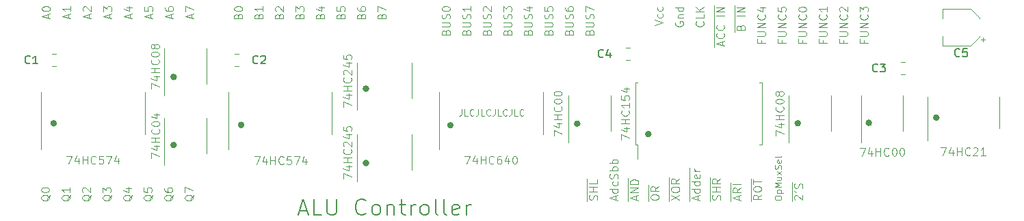
<source format=gbr>
%TF.GenerationSoftware,KiCad,Pcbnew,(6.0.0-0)*%
%TF.CreationDate,2022-01-17T13:46:19-05:00*%
%TF.ProjectId,Control_and_Output,436f6e74-726f-46c5-9f61-6e645f4f7574,rev?*%
%TF.SameCoordinates,Original*%
%TF.FileFunction,Legend,Top*%
%TF.FilePolarity,Positive*%
%FSLAX46Y46*%
G04 Gerber Fmt 4.6, Leading zero omitted, Abs format (unit mm)*
G04 Created by KiCad (PCBNEW (6.0.0-0)) date 2022-01-17 13:46:19*
%MOMM*%
%LPD*%
G01*
G04 APERTURE LIST*
%ADD10C,0.400000*%
%ADD11C,0.150000*%
%ADD12C,0.100000*%
%ADD13C,0.120000*%
G04 APERTURE END LIST*
D10*
X97450000Y-106400000D02*
G75*
G03*
X97450000Y-106400000I-200000J0D01*
G01*
X112300000Y-100650000D02*
G75*
G03*
X112300000Y-100650000I-200000J0D01*
G01*
X112300000Y-109100000D02*
G75*
G03*
X112300000Y-109100000I-200000J0D01*
G01*
X120650000Y-106600000D02*
G75*
G03*
X120650000Y-106600000I-200000J0D01*
G01*
X136100000Y-102100000D02*
G75*
G03*
X136100000Y-102100000I-200000J0D01*
G01*
X136100000Y-111350000D02*
G75*
G03*
X136100000Y-111350000I-200000J0D01*
G01*
X146550000Y-106650000D02*
G75*
G03*
X146550000Y-106650000I-200000J0D01*
G01*
X162250000Y-106450000D02*
G75*
G03*
X162250000Y-106450000I-200000J0D01*
G01*
X171050000Y-107750000D02*
G75*
G03*
X171050000Y-107750000I-200000J0D01*
G01*
X189550000Y-106400000D02*
G75*
G03*
X189550000Y-106400000I-200000J0D01*
G01*
X198350000Y-106350000D02*
G75*
G03*
X198350000Y-106350000I-200000J0D01*
G01*
X206700000Y-105700000D02*
G75*
G03*
X206700000Y-105700000I-200000J0D01*
G01*
D11*
X127676190Y-117233333D02*
X128628571Y-117233333D01*
X127485714Y-117804761D02*
X128152380Y-115804761D01*
X128819047Y-117804761D01*
X130438095Y-117804761D02*
X129485714Y-117804761D01*
X129485714Y-115804761D01*
X131104761Y-115804761D02*
X131104761Y-117423809D01*
X131200000Y-117614285D01*
X131295238Y-117709523D01*
X131485714Y-117804761D01*
X131866666Y-117804761D01*
X132057142Y-117709523D01*
X132152380Y-117614285D01*
X132247619Y-117423809D01*
X132247619Y-115804761D01*
X135866666Y-117614285D02*
X135771428Y-117709523D01*
X135485714Y-117804761D01*
X135295238Y-117804761D01*
X135009523Y-117709523D01*
X134819047Y-117519047D01*
X134723809Y-117328571D01*
X134628571Y-116947619D01*
X134628571Y-116661904D01*
X134723809Y-116280952D01*
X134819047Y-116090476D01*
X135009523Y-115900000D01*
X135295238Y-115804761D01*
X135485714Y-115804761D01*
X135771428Y-115900000D01*
X135866666Y-115995238D01*
X137009523Y-117804761D02*
X136819047Y-117709523D01*
X136723809Y-117614285D01*
X136628571Y-117423809D01*
X136628571Y-116852380D01*
X136723809Y-116661904D01*
X136819047Y-116566666D01*
X137009523Y-116471428D01*
X137295238Y-116471428D01*
X137485714Y-116566666D01*
X137580952Y-116661904D01*
X137676190Y-116852380D01*
X137676190Y-117423809D01*
X137580952Y-117614285D01*
X137485714Y-117709523D01*
X137295238Y-117804761D01*
X137009523Y-117804761D01*
X138533333Y-116471428D02*
X138533333Y-117804761D01*
X138533333Y-116661904D02*
X138628571Y-116566666D01*
X138819047Y-116471428D01*
X139104761Y-116471428D01*
X139295238Y-116566666D01*
X139390476Y-116757142D01*
X139390476Y-117804761D01*
X140057142Y-116471428D02*
X140819047Y-116471428D01*
X140342857Y-115804761D02*
X140342857Y-117519047D01*
X140438095Y-117709523D01*
X140628571Y-117804761D01*
X140819047Y-117804761D01*
X141485714Y-117804761D02*
X141485714Y-116471428D01*
X141485714Y-116852380D02*
X141580952Y-116661904D01*
X141676190Y-116566666D01*
X141866666Y-116471428D01*
X142057142Y-116471428D01*
X143009523Y-117804761D02*
X142819047Y-117709523D01*
X142723809Y-117614285D01*
X142628571Y-117423809D01*
X142628571Y-116852380D01*
X142723809Y-116661904D01*
X142819047Y-116566666D01*
X143009523Y-116471428D01*
X143295238Y-116471428D01*
X143485714Y-116566666D01*
X143580952Y-116661904D01*
X143676190Y-116852380D01*
X143676190Y-117423809D01*
X143580952Y-117614285D01*
X143485714Y-117709523D01*
X143295238Y-117804761D01*
X143009523Y-117804761D01*
X144819047Y-117804761D02*
X144628571Y-117709523D01*
X144533333Y-117519047D01*
X144533333Y-115804761D01*
X145866666Y-117804761D02*
X145676190Y-117709523D01*
X145580952Y-117519047D01*
X145580952Y-115804761D01*
X147390476Y-117709523D02*
X147200000Y-117804761D01*
X146819047Y-117804761D01*
X146628571Y-117709523D01*
X146533333Y-117519047D01*
X146533333Y-116757142D01*
X146628571Y-116566666D01*
X146819047Y-116471428D01*
X147200000Y-116471428D01*
X147390476Y-116566666D01*
X147485714Y-116757142D01*
X147485714Y-116947619D01*
X146533333Y-117138095D01*
X148342857Y-117804761D02*
X148342857Y-116471428D01*
X148342857Y-116852380D02*
X148438095Y-116661904D01*
X148533333Y-116566666D01*
X148723809Y-116471428D01*
X148914285Y-116471428D01*
D12*
X197528571Y-96098333D02*
X197528571Y-96431666D01*
X198052380Y-96431666D02*
X197052380Y-96431666D01*
X197052380Y-95955476D01*
X197052380Y-95574523D02*
X197861904Y-95574523D01*
X197957142Y-95526904D01*
X198004761Y-95479285D01*
X198052380Y-95384047D01*
X198052380Y-95193571D01*
X198004761Y-95098333D01*
X197957142Y-95050714D01*
X197861904Y-95003095D01*
X197052380Y-95003095D01*
X198052380Y-94526904D02*
X197052380Y-94526904D01*
X198052380Y-93955476D01*
X197052380Y-93955476D01*
X197957142Y-92907857D02*
X198004761Y-92955476D01*
X198052380Y-93098333D01*
X198052380Y-93193571D01*
X198004761Y-93336428D01*
X197909523Y-93431666D01*
X197814285Y-93479285D01*
X197623809Y-93526904D01*
X197480952Y-93526904D01*
X197290476Y-93479285D01*
X197195238Y-93431666D01*
X197100000Y-93336428D01*
X197052380Y-93193571D01*
X197052380Y-93098333D01*
X197100000Y-92955476D01*
X197147619Y-92907857D01*
X197052380Y-92574523D02*
X197052380Y-91955476D01*
X197433333Y-92288809D01*
X197433333Y-92145952D01*
X197480952Y-92050714D01*
X197528571Y-92003095D01*
X197623809Y-91955476D01*
X197861904Y-91955476D01*
X197957142Y-92003095D01*
X198004761Y-92050714D01*
X198052380Y-92145952D01*
X198052380Y-92431666D01*
X198004761Y-92526904D01*
X197957142Y-92574523D01*
X194988571Y-96098333D02*
X194988571Y-96431666D01*
X195512380Y-96431666D02*
X194512380Y-96431666D01*
X194512380Y-95955476D01*
X194512380Y-95574523D02*
X195321904Y-95574523D01*
X195417142Y-95526904D01*
X195464761Y-95479285D01*
X195512380Y-95384047D01*
X195512380Y-95193571D01*
X195464761Y-95098333D01*
X195417142Y-95050714D01*
X195321904Y-95003095D01*
X194512380Y-95003095D01*
X195512380Y-94526904D02*
X194512380Y-94526904D01*
X195512380Y-93955476D01*
X194512380Y-93955476D01*
X195417142Y-92907857D02*
X195464761Y-92955476D01*
X195512380Y-93098333D01*
X195512380Y-93193571D01*
X195464761Y-93336428D01*
X195369523Y-93431666D01*
X195274285Y-93479285D01*
X195083809Y-93526904D01*
X194940952Y-93526904D01*
X194750476Y-93479285D01*
X194655238Y-93431666D01*
X194560000Y-93336428D01*
X194512380Y-93193571D01*
X194512380Y-93098333D01*
X194560000Y-92955476D01*
X194607619Y-92907857D01*
X194607619Y-92526904D02*
X194560000Y-92479285D01*
X194512380Y-92384047D01*
X194512380Y-92145952D01*
X194560000Y-92050714D01*
X194607619Y-92003095D01*
X194702857Y-91955476D01*
X194798095Y-91955476D01*
X194940952Y-92003095D01*
X195512380Y-92574523D01*
X195512380Y-91955476D01*
X192448571Y-96098333D02*
X192448571Y-96431666D01*
X192972380Y-96431666D02*
X191972380Y-96431666D01*
X191972380Y-95955476D01*
X191972380Y-95574523D02*
X192781904Y-95574523D01*
X192877142Y-95526904D01*
X192924761Y-95479285D01*
X192972380Y-95384047D01*
X192972380Y-95193571D01*
X192924761Y-95098333D01*
X192877142Y-95050714D01*
X192781904Y-95003095D01*
X191972380Y-95003095D01*
X192972380Y-94526904D02*
X191972380Y-94526904D01*
X192972380Y-93955476D01*
X191972380Y-93955476D01*
X192877142Y-92907857D02*
X192924761Y-92955476D01*
X192972380Y-93098333D01*
X192972380Y-93193571D01*
X192924761Y-93336428D01*
X192829523Y-93431666D01*
X192734285Y-93479285D01*
X192543809Y-93526904D01*
X192400952Y-93526904D01*
X192210476Y-93479285D01*
X192115238Y-93431666D01*
X192020000Y-93336428D01*
X191972380Y-93193571D01*
X191972380Y-93098333D01*
X192020000Y-92955476D01*
X192067619Y-92907857D01*
X192972380Y-91955476D02*
X192972380Y-92526904D01*
X192972380Y-92241190D02*
X191972380Y-92241190D01*
X192115238Y-92336428D01*
X192210476Y-92431666D01*
X192258095Y-92526904D01*
X189908571Y-96098333D02*
X189908571Y-96431666D01*
X190432380Y-96431666D02*
X189432380Y-96431666D01*
X189432380Y-95955476D01*
X189432380Y-95574523D02*
X190241904Y-95574523D01*
X190337142Y-95526904D01*
X190384761Y-95479285D01*
X190432380Y-95384047D01*
X190432380Y-95193571D01*
X190384761Y-95098333D01*
X190337142Y-95050714D01*
X190241904Y-95003095D01*
X189432380Y-95003095D01*
X190432380Y-94526904D02*
X189432380Y-94526904D01*
X190432380Y-93955476D01*
X189432380Y-93955476D01*
X190337142Y-92907857D02*
X190384761Y-92955476D01*
X190432380Y-93098333D01*
X190432380Y-93193571D01*
X190384761Y-93336428D01*
X190289523Y-93431666D01*
X190194285Y-93479285D01*
X190003809Y-93526904D01*
X189860952Y-93526904D01*
X189670476Y-93479285D01*
X189575238Y-93431666D01*
X189480000Y-93336428D01*
X189432380Y-93193571D01*
X189432380Y-93098333D01*
X189480000Y-92955476D01*
X189527619Y-92907857D01*
X189432380Y-92288809D02*
X189432380Y-92193571D01*
X189480000Y-92098333D01*
X189527619Y-92050714D01*
X189622857Y-92003095D01*
X189813333Y-91955476D01*
X190051428Y-91955476D01*
X190241904Y-92003095D01*
X190337142Y-92050714D01*
X190384761Y-92098333D01*
X190432380Y-92193571D01*
X190432380Y-92288809D01*
X190384761Y-92384047D01*
X190337142Y-92431666D01*
X190241904Y-92479285D01*
X190051428Y-92526904D01*
X189813333Y-92526904D01*
X189622857Y-92479285D01*
X189527619Y-92431666D01*
X189480000Y-92384047D01*
X189432380Y-92288809D01*
X187368571Y-96098333D02*
X187368571Y-96431666D01*
X187892380Y-96431666D02*
X186892380Y-96431666D01*
X186892380Y-95955476D01*
X186892380Y-95574523D02*
X187701904Y-95574523D01*
X187797142Y-95526904D01*
X187844761Y-95479285D01*
X187892380Y-95384047D01*
X187892380Y-95193571D01*
X187844761Y-95098333D01*
X187797142Y-95050714D01*
X187701904Y-95003095D01*
X186892380Y-95003095D01*
X187892380Y-94526904D02*
X186892380Y-94526904D01*
X187892380Y-93955476D01*
X186892380Y-93955476D01*
X187797142Y-92907857D02*
X187844761Y-92955476D01*
X187892380Y-93098333D01*
X187892380Y-93193571D01*
X187844761Y-93336428D01*
X187749523Y-93431666D01*
X187654285Y-93479285D01*
X187463809Y-93526904D01*
X187320952Y-93526904D01*
X187130476Y-93479285D01*
X187035238Y-93431666D01*
X186940000Y-93336428D01*
X186892380Y-93193571D01*
X186892380Y-93098333D01*
X186940000Y-92955476D01*
X186987619Y-92907857D01*
X186892380Y-92003095D02*
X186892380Y-92479285D01*
X187368571Y-92526904D01*
X187320952Y-92479285D01*
X187273333Y-92384047D01*
X187273333Y-92145952D01*
X187320952Y-92050714D01*
X187368571Y-92003095D01*
X187463809Y-91955476D01*
X187701904Y-91955476D01*
X187797142Y-92003095D01*
X187844761Y-92050714D01*
X187892380Y-92145952D01*
X187892380Y-92384047D01*
X187844761Y-92479285D01*
X187797142Y-92526904D01*
X184828571Y-96098333D02*
X184828571Y-96431666D01*
X185352380Y-96431666D02*
X184352380Y-96431666D01*
X184352380Y-95955476D01*
X184352380Y-95574523D02*
X185161904Y-95574523D01*
X185257142Y-95526904D01*
X185304761Y-95479285D01*
X185352380Y-95384047D01*
X185352380Y-95193571D01*
X185304761Y-95098333D01*
X185257142Y-95050714D01*
X185161904Y-95003095D01*
X184352380Y-95003095D01*
X185352380Y-94526904D02*
X184352380Y-94526904D01*
X185352380Y-93955476D01*
X184352380Y-93955476D01*
X185257142Y-92907857D02*
X185304761Y-92955476D01*
X185352380Y-93098333D01*
X185352380Y-93193571D01*
X185304761Y-93336428D01*
X185209523Y-93431666D01*
X185114285Y-93479285D01*
X184923809Y-93526904D01*
X184780952Y-93526904D01*
X184590476Y-93479285D01*
X184495238Y-93431666D01*
X184400000Y-93336428D01*
X184352380Y-93193571D01*
X184352380Y-93098333D01*
X184400000Y-92955476D01*
X184447619Y-92907857D01*
X184685714Y-92050714D02*
X185352380Y-92050714D01*
X184304761Y-92288809D02*
X185019047Y-92526904D01*
X185019047Y-91907857D01*
X181530000Y-95050714D02*
X181530000Y-94050714D01*
X182288571Y-94479285D02*
X182336190Y-94336428D01*
X182383809Y-94288809D01*
X182479047Y-94241190D01*
X182621904Y-94241190D01*
X182717142Y-94288809D01*
X182764761Y-94336428D01*
X182812380Y-94431666D01*
X182812380Y-94812619D01*
X181812380Y-94812619D01*
X181812380Y-94479285D01*
X181860000Y-94384047D01*
X181907619Y-94336428D01*
X182002857Y-94288809D01*
X182098095Y-94288809D01*
X182193333Y-94336428D01*
X182240952Y-94384047D01*
X182288571Y-94479285D01*
X182288571Y-94812619D01*
X181530000Y-94050714D02*
X181530000Y-93288809D01*
X181530000Y-93288809D02*
X181530000Y-92812619D01*
X182812380Y-93050714D02*
X181812380Y-93050714D01*
X181530000Y-92812619D02*
X181530000Y-91765000D01*
X182812380Y-92574523D02*
X181812380Y-92574523D01*
X182812380Y-92003095D01*
X181812380Y-92003095D01*
X178990000Y-96907857D02*
X178990000Y-96050714D01*
X179986666Y-96717380D02*
X179986666Y-96241190D01*
X180272380Y-96812619D02*
X179272380Y-96479285D01*
X180272380Y-96145952D01*
X178990000Y-96050714D02*
X178990000Y-95050714D01*
X180177142Y-95241190D02*
X180224761Y-95288809D01*
X180272380Y-95431666D01*
X180272380Y-95526904D01*
X180224761Y-95669761D01*
X180129523Y-95765000D01*
X180034285Y-95812619D01*
X179843809Y-95860238D01*
X179700952Y-95860238D01*
X179510476Y-95812619D01*
X179415238Y-95765000D01*
X179320000Y-95669761D01*
X179272380Y-95526904D01*
X179272380Y-95431666D01*
X179320000Y-95288809D01*
X179367619Y-95241190D01*
X178990000Y-95050714D02*
X178990000Y-94050714D01*
X180177142Y-94241190D02*
X180224761Y-94288809D01*
X180272380Y-94431666D01*
X180272380Y-94526904D01*
X180224761Y-94669761D01*
X180129523Y-94765000D01*
X180034285Y-94812619D01*
X179843809Y-94860238D01*
X179700952Y-94860238D01*
X179510476Y-94812619D01*
X179415238Y-94765000D01*
X179320000Y-94669761D01*
X179272380Y-94526904D01*
X179272380Y-94431666D01*
X179320000Y-94288809D01*
X179367619Y-94241190D01*
X178990000Y-94050714D02*
X178990000Y-93288809D01*
X178990000Y-93288809D02*
X178990000Y-92812619D01*
X180272380Y-93050714D02*
X179272380Y-93050714D01*
X178990000Y-92812619D02*
X178990000Y-91765000D01*
X180272380Y-92574523D02*
X179272380Y-92574523D01*
X180272380Y-92003095D01*
X179272380Y-92003095D01*
X177637142Y-93765000D02*
X177684761Y-93812619D01*
X177732380Y-93955476D01*
X177732380Y-94050714D01*
X177684761Y-94193571D01*
X177589523Y-94288809D01*
X177494285Y-94336428D01*
X177303809Y-94384047D01*
X177160952Y-94384047D01*
X176970476Y-94336428D01*
X176875238Y-94288809D01*
X176780000Y-94193571D01*
X176732380Y-94050714D01*
X176732380Y-93955476D01*
X176780000Y-93812619D01*
X176827619Y-93765000D01*
X177732380Y-92860238D02*
X177732380Y-93336428D01*
X176732380Y-93336428D01*
X177732380Y-92526904D02*
X176732380Y-92526904D01*
X177732380Y-91955476D02*
X177160952Y-92384047D01*
X176732380Y-91955476D02*
X177303809Y-92526904D01*
X174240000Y-93812619D02*
X174192380Y-93907857D01*
X174192380Y-94050714D01*
X174240000Y-94193571D01*
X174335238Y-94288809D01*
X174430476Y-94336428D01*
X174620952Y-94384047D01*
X174763809Y-94384047D01*
X174954285Y-94336428D01*
X175049523Y-94288809D01*
X175144761Y-94193571D01*
X175192380Y-94050714D01*
X175192380Y-93955476D01*
X175144761Y-93812619D01*
X175097142Y-93765000D01*
X174763809Y-93765000D01*
X174763809Y-93955476D01*
X174525714Y-93336428D02*
X175192380Y-93336428D01*
X174620952Y-93336428D02*
X174573333Y-93288809D01*
X174525714Y-93193571D01*
X174525714Y-93050714D01*
X174573333Y-92955476D01*
X174668571Y-92907857D01*
X175192380Y-92907857D01*
X175192380Y-92003095D02*
X174192380Y-92003095D01*
X175144761Y-92003095D02*
X175192380Y-92098333D01*
X175192380Y-92288809D01*
X175144761Y-92384047D01*
X175097142Y-92431666D01*
X175001904Y-92479285D01*
X174716190Y-92479285D01*
X174620952Y-92431666D01*
X174573333Y-92384047D01*
X174525714Y-92288809D01*
X174525714Y-92098333D01*
X174573333Y-92003095D01*
X171652380Y-94241190D02*
X172652380Y-93907857D01*
X171652380Y-93574523D01*
X172604761Y-92812619D02*
X172652380Y-92907857D01*
X172652380Y-93098333D01*
X172604761Y-93193571D01*
X172557142Y-93241190D01*
X172461904Y-93288809D01*
X172176190Y-93288809D01*
X172080952Y-93241190D01*
X172033333Y-93193571D01*
X171985714Y-93098333D01*
X171985714Y-92907857D01*
X172033333Y-92812619D01*
X172604761Y-91955476D02*
X172652380Y-92050714D01*
X172652380Y-92241190D01*
X172604761Y-92336428D01*
X172557142Y-92384047D01*
X172461904Y-92431666D01*
X172176190Y-92431666D01*
X172080952Y-92384047D01*
X172033333Y-92336428D01*
X171985714Y-92241190D01*
X171985714Y-92050714D01*
X172033333Y-91955476D01*
X163558571Y-95095952D02*
X163606190Y-94953095D01*
X163653809Y-94905476D01*
X163749047Y-94857857D01*
X163891904Y-94857857D01*
X163987142Y-94905476D01*
X164034761Y-94953095D01*
X164082380Y-95048333D01*
X164082380Y-95429285D01*
X163082380Y-95429285D01*
X163082380Y-95095952D01*
X163130000Y-95000714D01*
X163177619Y-94953095D01*
X163272857Y-94905476D01*
X163368095Y-94905476D01*
X163463333Y-94953095D01*
X163510952Y-95000714D01*
X163558571Y-95095952D01*
X163558571Y-95429285D01*
X163082380Y-94429285D02*
X163891904Y-94429285D01*
X163987142Y-94381666D01*
X164034761Y-94334047D01*
X164082380Y-94238809D01*
X164082380Y-94048333D01*
X164034761Y-93953095D01*
X163987142Y-93905476D01*
X163891904Y-93857857D01*
X163082380Y-93857857D01*
X164034761Y-93429285D02*
X164082380Y-93286428D01*
X164082380Y-93048333D01*
X164034761Y-92953095D01*
X163987142Y-92905476D01*
X163891904Y-92857857D01*
X163796666Y-92857857D01*
X163701428Y-92905476D01*
X163653809Y-92953095D01*
X163606190Y-93048333D01*
X163558571Y-93238809D01*
X163510952Y-93334047D01*
X163463333Y-93381666D01*
X163368095Y-93429285D01*
X163272857Y-93429285D01*
X163177619Y-93381666D01*
X163130000Y-93334047D01*
X163082380Y-93238809D01*
X163082380Y-93000714D01*
X163130000Y-92857857D01*
X163082380Y-92524523D02*
X163082380Y-91857857D01*
X164082380Y-92286428D01*
X161018571Y-95095952D02*
X161066190Y-94953095D01*
X161113809Y-94905476D01*
X161209047Y-94857857D01*
X161351904Y-94857857D01*
X161447142Y-94905476D01*
X161494761Y-94953095D01*
X161542380Y-95048333D01*
X161542380Y-95429285D01*
X160542380Y-95429285D01*
X160542380Y-95095952D01*
X160590000Y-95000714D01*
X160637619Y-94953095D01*
X160732857Y-94905476D01*
X160828095Y-94905476D01*
X160923333Y-94953095D01*
X160970952Y-95000714D01*
X161018571Y-95095952D01*
X161018571Y-95429285D01*
X160542380Y-94429285D02*
X161351904Y-94429285D01*
X161447142Y-94381666D01*
X161494761Y-94334047D01*
X161542380Y-94238809D01*
X161542380Y-94048333D01*
X161494761Y-93953095D01*
X161447142Y-93905476D01*
X161351904Y-93857857D01*
X160542380Y-93857857D01*
X161494761Y-93429285D02*
X161542380Y-93286428D01*
X161542380Y-93048333D01*
X161494761Y-92953095D01*
X161447142Y-92905476D01*
X161351904Y-92857857D01*
X161256666Y-92857857D01*
X161161428Y-92905476D01*
X161113809Y-92953095D01*
X161066190Y-93048333D01*
X161018571Y-93238809D01*
X160970952Y-93334047D01*
X160923333Y-93381666D01*
X160828095Y-93429285D01*
X160732857Y-93429285D01*
X160637619Y-93381666D01*
X160590000Y-93334047D01*
X160542380Y-93238809D01*
X160542380Y-93000714D01*
X160590000Y-92857857D01*
X160542380Y-92000714D02*
X160542380Y-92191190D01*
X160590000Y-92286428D01*
X160637619Y-92334047D01*
X160780476Y-92429285D01*
X160970952Y-92476904D01*
X161351904Y-92476904D01*
X161447142Y-92429285D01*
X161494761Y-92381666D01*
X161542380Y-92286428D01*
X161542380Y-92095952D01*
X161494761Y-92000714D01*
X161447142Y-91953095D01*
X161351904Y-91905476D01*
X161113809Y-91905476D01*
X161018571Y-91953095D01*
X160970952Y-92000714D01*
X160923333Y-92095952D01*
X160923333Y-92286428D01*
X160970952Y-92381666D01*
X161018571Y-92429285D01*
X161113809Y-92476904D01*
X158478571Y-95095952D02*
X158526190Y-94953095D01*
X158573809Y-94905476D01*
X158669047Y-94857857D01*
X158811904Y-94857857D01*
X158907142Y-94905476D01*
X158954761Y-94953095D01*
X159002380Y-95048333D01*
X159002380Y-95429285D01*
X158002380Y-95429285D01*
X158002380Y-95095952D01*
X158050000Y-95000714D01*
X158097619Y-94953095D01*
X158192857Y-94905476D01*
X158288095Y-94905476D01*
X158383333Y-94953095D01*
X158430952Y-95000714D01*
X158478571Y-95095952D01*
X158478571Y-95429285D01*
X158002380Y-94429285D02*
X158811904Y-94429285D01*
X158907142Y-94381666D01*
X158954761Y-94334047D01*
X159002380Y-94238809D01*
X159002380Y-94048333D01*
X158954761Y-93953095D01*
X158907142Y-93905476D01*
X158811904Y-93857857D01*
X158002380Y-93857857D01*
X158954761Y-93429285D02*
X159002380Y-93286428D01*
X159002380Y-93048333D01*
X158954761Y-92953095D01*
X158907142Y-92905476D01*
X158811904Y-92857857D01*
X158716666Y-92857857D01*
X158621428Y-92905476D01*
X158573809Y-92953095D01*
X158526190Y-93048333D01*
X158478571Y-93238809D01*
X158430952Y-93334047D01*
X158383333Y-93381666D01*
X158288095Y-93429285D01*
X158192857Y-93429285D01*
X158097619Y-93381666D01*
X158050000Y-93334047D01*
X158002380Y-93238809D01*
X158002380Y-93000714D01*
X158050000Y-92857857D01*
X158002380Y-91953095D02*
X158002380Y-92429285D01*
X158478571Y-92476904D01*
X158430952Y-92429285D01*
X158383333Y-92334047D01*
X158383333Y-92095952D01*
X158430952Y-92000714D01*
X158478571Y-91953095D01*
X158573809Y-91905476D01*
X158811904Y-91905476D01*
X158907142Y-91953095D01*
X158954761Y-92000714D01*
X159002380Y-92095952D01*
X159002380Y-92334047D01*
X158954761Y-92429285D01*
X158907142Y-92476904D01*
X155938571Y-95095952D02*
X155986190Y-94953095D01*
X156033809Y-94905476D01*
X156129047Y-94857857D01*
X156271904Y-94857857D01*
X156367142Y-94905476D01*
X156414761Y-94953095D01*
X156462380Y-95048333D01*
X156462380Y-95429285D01*
X155462380Y-95429285D01*
X155462380Y-95095952D01*
X155510000Y-95000714D01*
X155557619Y-94953095D01*
X155652857Y-94905476D01*
X155748095Y-94905476D01*
X155843333Y-94953095D01*
X155890952Y-95000714D01*
X155938571Y-95095952D01*
X155938571Y-95429285D01*
X155462380Y-94429285D02*
X156271904Y-94429285D01*
X156367142Y-94381666D01*
X156414761Y-94334047D01*
X156462380Y-94238809D01*
X156462380Y-94048333D01*
X156414761Y-93953095D01*
X156367142Y-93905476D01*
X156271904Y-93857857D01*
X155462380Y-93857857D01*
X156414761Y-93429285D02*
X156462380Y-93286428D01*
X156462380Y-93048333D01*
X156414761Y-92953095D01*
X156367142Y-92905476D01*
X156271904Y-92857857D01*
X156176666Y-92857857D01*
X156081428Y-92905476D01*
X156033809Y-92953095D01*
X155986190Y-93048333D01*
X155938571Y-93238809D01*
X155890952Y-93334047D01*
X155843333Y-93381666D01*
X155748095Y-93429285D01*
X155652857Y-93429285D01*
X155557619Y-93381666D01*
X155510000Y-93334047D01*
X155462380Y-93238809D01*
X155462380Y-93000714D01*
X155510000Y-92857857D01*
X155795714Y-92000714D02*
X156462380Y-92000714D01*
X155414761Y-92238809D02*
X156129047Y-92476904D01*
X156129047Y-91857857D01*
X153398571Y-95095952D02*
X153446190Y-94953095D01*
X153493809Y-94905476D01*
X153589047Y-94857857D01*
X153731904Y-94857857D01*
X153827142Y-94905476D01*
X153874761Y-94953095D01*
X153922380Y-95048333D01*
X153922380Y-95429285D01*
X152922380Y-95429285D01*
X152922380Y-95095952D01*
X152970000Y-95000714D01*
X153017619Y-94953095D01*
X153112857Y-94905476D01*
X153208095Y-94905476D01*
X153303333Y-94953095D01*
X153350952Y-95000714D01*
X153398571Y-95095952D01*
X153398571Y-95429285D01*
X152922380Y-94429285D02*
X153731904Y-94429285D01*
X153827142Y-94381666D01*
X153874761Y-94334047D01*
X153922380Y-94238809D01*
X153922380Y-94048333D01*
X153874761Y-93953095D01*
X153827142Y-93905476D01*
X153731904Y-93857857D01*
X152922380Y-93857857D01*
X153874761Y-93429285D02*
X153922380Y-93286428D01*
X153922380Y-93048333D01*
X153874761Y-92953095D01*
X153827142Y-92905476D01*
X153731904Y-92857857D01*
X153636666Y-92857857D01*
X153541428Y-92905476D01*
X153493809Y-92953095D01*
X153446190Y-93048333D01*
X153398571Y-93238809D01*
X153350952Y-93334047D01*
X153303333Y-93381666D01*
X153208095Y-93429285D01*
X153112857Y-93429285D01*
X153017619Y-93381666D01*
X152970000Y-93334047D01*
X152922380Y-93238809D01*
X152922380Y-93000714D01*
X152970000Y-92857857D01*
X152922380Y-92524523D02*
X152922380Y-91905476D01*
X153303333Y-92238809D01*
X153303333Y-92095952D01*
X153350952Y-92000714D01*
X153398571Y-91953095D01*
X153493809Y-91905476D01*
X153731904Y-91905476D01*
X153827142Y-91953095D01*
X153874761Y-92000714D01*
X153922380Y-92095952D01*
X153922380Y-92381666D01*
X153874761Y-92476904D01*
X153827142Y-92524523D01*
X150858571Y-95095952D02*
X150906190Y-94953095D01*
X150953809Y-94905476D01*
X151049047Y-94857857D01*
X151191904Y-94857857D01*
X151287142Y-94905476D01*
X151334761Y-94953095D01*
X151382380Y-95048333D01*
X151382380Y-95429285D01*
X150382380Y-95429285D01*
X150382380Y-95095952D01*
X150430000Y-95000714D01*
X150477619Y-94953095D01*
X150572857Y-94905476D01*
X150668095Y-94905476D01*
X150763333Y-94953095D01*
X150810952Y-95000714D01*
X150858571Y-95095952D01*
X150858571Y-95429285D01*
X150382380Y-94429285D02*
X151191904Y-94429285D01*
X151287142Y-94381666D01*
X151334761Y-94334047D01*
X151382380Y-94238809D01*
X151382380Y-94048333D01*
X151334761Y-93953095D01*
X151287142Y-93905476D01*
X151191904Y-93857857D01*
X150382380Y-93857857D01*
X151334761Y-93429285D02*
X151382380Y-93286428D01*
X151382380Y-93048333D01*
X151334761Y-92953095D01*
X151287142Y-92905476D01*
X151191904Y-92857857D01*
X151096666Y-92857857D01*
X151001428Y-92905476D01*
X150953809Y-92953095D01*
X150906190Y-93048333D01*
X150858571Y-93238809D01*
X150810952Y-93334047D01*
X150763333Y-93381666D01*
X150668095Y-93429285D01*
X150572857Y-93429285D01*
X150477619Y-93381666D01*
X150430000Y-93334047D01*
X150382380Y-93238809D01*
X150382380Y-93000714D01*
X150430000Y-92857857D01*
X150477619Y-92476904D02*
X150430000Y-92429285D01*
X150382380Y-92334047D01*
X150382380Y-92095952D01*
X150430000Y-92000714D01*
X150477619Y-91953095D01*
X150572857Y-91905476D01*
X150668095Y-91905476D01*
X150810952Y-91953095D01*
X151382380Y-92524523D01*
X151382380Y-91905476D01*
X148318571Y-95095952D02*
X148366190Y-94953095D01*
X148413809Y-94905476D01*
X148509047Y-94857857D01*
X148651904Y-94857857D01*
X148747142Y-94905476D01*
X148794761Y-94953095D01*
X148842380Y-95048333D01*
X148842380Y-95429285D01*
X147842380Y-95429285D01*
X147842380Y-95095952D01*
X147890000Y-95000714D01*
X147937619Y-94953095D01*
X148032857Y-94905476D01*
X148128095Y-94905476D01*
X148223333Y-94953095D01*
X148270952Y-95000714D01*
X148318571Y-95095952D01*
X148318571Y-95429285D01*
X147842380Y-94429285D02*
X148651904Y-94429285D01*
X148747142Y-94381666D01*
X148794761Y-94334047D01*
X148842380Y-94238809D01*
X148842380Y-94048333D01*
X148794761Y-93953095D01*
X148747142Y-93905476D01*
X148651904Y-93857857D01*
X147842380Y-93857857D01*
X148794761Y-93429285D02*
X148842380Y-93286428D01*
X148842380Y-93048333D01*
X148794761Y-92953095D01*
X148747142Y-92905476D01*
X148651904Y-92857857D01*
X148556666Y-92857857D01*
X148461428Y-92905476D01*
X148413809Y-92953095D01*
X148366190Y-93048333D01*
X148318571Y-93238809D01*
X148270952Y-93334047D01*
X148223333Y-93381666D01*
X148128095Y-93429285D01*
X148032857Y-93429285D01*
X147937619Y-93381666D01*
X147890000Y-93334047D01*
X147842380Y-93238809D01*
X147842380Y-93000714D01*
X147890000Y-92857857D01*
X148842380Y-91905476D02*
X148842380Y-92476904D01*
X148842380Y-92191190D02*
X147842380Y-92191190D01*
X147985238Y-92286428D01*
X148080476Y-92381666D01*
X148128095Y-92476904D01*
X145778571Y-95095952D02*
X145826190Y-94953095D01*
X145873809Y-94905476D01*
X145969047Y-94857857D01*
X146111904Y-94857857D01*
X146207142Y-94905476D01*
X146254761Y-94953095D01*
X146302380Y-95048333D01*
X146302380Y-95429285D01*
X145302380Y-95429285D01*
X145302380Y-95095952D01*
X145350000Y-95000714D01*
X145397619Y-94953095D01*
X145492857Y-94905476D01*
X145588095Y-94905476D01*
X145683333Y-94953095D01*
X145730952Y-95000714D01*
X145778571Y-95095952D01*
X145778571Y-95429285D01*
X145302380Y-94429285D02*
X146111904Y-94429285D01*
X146207142Y-94381666D01*
X146254761Y-94334047D01*
X146302380Y-94238809D01*
X146302380Y-94048333D01*
X146254761Y-93953095D01*
X146207142Y-93905476D01*
X146111904Y-93857857D01*
X145302380Y-93857857D01*
X146254761Y-93429285D02*
X146302380Y-93286428D01*
X146302380Y-93048333D01*
X146254761Y-92953095D01*
X146207142Y-92905476D01*
X146111904Y-92857857D01*
X146016666Y-92857857D01*
X145921428Y-92905476D01*
X145873809Y-92953095D01*
X145826190Y-93048333D01*
X145778571Y-93238809D01*
X145730952Y-93334047D01*
X145683333Y-93381666D01*
X145588095Y-93429285D01*
X145492857Y-93429285D01*
X145397619Y-93381666D01*
X145350000Y-93334047D01*
X145302380Y-93238809D01*
X145302380Y-93000714D01*
X145350000Y-92857857D01*
X145302380Y-92238809D02*
X145302380Y-92143571D01*
X145350000Y-92048333D01*
X145397619Y-92000714D01*
X145492857Y-91953095D01*
X145683333Y-91905476D01*
X145921428Y-91905476D01*
X146111904Y-91953095D01*
X146207142Y-92000714D01*
X146254761Y-92048333D01*
X146302380Y-92143571D01*
X146302380Y-92238809D01*
X146254761Y-92334047D01*
X146207142Y-92381666D01*
X146111904Y-92429285D01*
X145921428Y-92476904D01*
X145683333Y-92476904D01*
X145492857Y-92429285D01*
X145397619Y-92381666D01*
X145350000Y-92334047D01*
X145302380Y-92238809D01*
X137858571Y-93095952D02*
X137906190Y-92953095D01*
X137953809Y-92905476D01*
X138049047Y-92857857D01*
X138191904Y-92857857D01*
X138287142Y-92905476D01*
X138334761Y-92953095D01*
X138382380Y-93048333D01*
X138382380Y-93429285D01*
X137382380Y-93429285D01*
X137382380Y-93095952D01*
X137430000Y-93000714D01*
X137477619Y-92953095D01*
X137572857Y-92905476D01*
X137668095Y-92905476D01*
X137763333Y-92953095D01*
X137810952Y-93000714D01*
X137858571Y-93095952D01*
X137858571Y-93429285D01*
X137382380Y-92524523D02*
X137382380Y-91857857D01*
X138382380Y-92286428D01*
X135318571Y-93095952D02*
X135366190Y-92953095D01*
X135413809Y-92905476D01*
X135509047Y-92857857D01*
X135651904Y-92857857D01*
X135747142Y-92905476D01*
X135794761Y-92953095D01*
X135842380Y-93048333D01*
X135842380Y-93429285D01*
X134842380Y-93429285D01*
X134842380Y-93095952D01*
X134890000Y-93000714D01*
X134937619Y-92953095D01*
X135032857Y-92905476D01*
X135128095Y-92905476D01*
X135223333Y-92953095D01*
X135270952Y-93000714D01*
X135318571Y-93095952D01*
X135318571Y-93429285D01*
X134842380Y-92000714D02*
X134842380Y-92191190D01*
X134890000Y-92286428D01*
X134937619Y-92334047D01*
X135080476Y-92429285D01*
X135270952Y-92476904D01*
X135651904Y-92476904D01*
X135747142Y-92429285D01*
X135794761Y-92381666D01*
X135842380Y-92286428D01*
X135842380Y-92095952D01*
X135794761Y-92000714D01*
X135747142Y-91953095D01*
X135651904Y-91905476D01*
X135413809Y-91905476D01*
X135318571Y-91953095D01*
X135270952Y-92000714D01*
X135223333Y-92095952D01*
X135223333Y-92286428D01*
X135270952Y-92381666D01*
X135318571Y-92429285D01*
X135413809Y-92476904D01*
X132778571Y-93095952D02*
X132826190Y-92953095D01*
X132873809Y-92905476D01*
X132969047Y-92857857D01*
X133111904Y-92857857D01*
X133207142Y-92905476D01*
X133254761Y-92953095D01*
X133302380Y-93048333D01*
X133302380Y-93429285D01*
X132302380Y-93429285D01*
X132302380Y-93095952D01*
X132350000Y-93000714D01*
X132397619Y-92953095D01*
X132492857Y-92905476D01*
X132588095Y-92905476D01*
X132683333Y-92953095D01*
X132730952Y-93000714D01*
X132778571Y-93095952D01*
X132778571Y-93429285D01*
X132302380Y-91953095D02*
X132302380Y-92429285D01*
X132778571Y-92476904D01*
X132730952Y-92429285D01*
X132683333Y-92334047D01*
X132683333Y-92095952D01*
X132730952Y-92000714D01*
X132778571Y-91953095D01*
X132873809Y-91905476D01*
X133111904Y-91905476D01*
X133207142Y-91953095D01*
X133254761Y-92000714D01*
X133302380Y-92095952D01*
X133302380Y-92334047D01*
X133254761Y-92429285D01*
X133207142Y-92476904D01*
X130238571Y-93095952D02*
X130286190Y-92953095D01*
X130333809Y-92905476D01*
X130429047Y-92857857D01*
X130571904Y-92857857D01*
X130667142Y-92905476D01*
X130714761Y-92953095D01*
X130762380Y-93048333D01*
X130762380Y-93429285D01*
X129762380Y-93429285D01*
X129762380Y-93095952D01*
X129810000Y-93000714D01*
X129857619Y-92953095D01*
X129952857Y-92905476D01*
X130048095Y-92905476D01*
X130143333Y-92953095D01*
X130190952Y-93000714D01*
X130238571Y-93095952D01*
X130238571Y-93429285D01*
X130095714Y-92000714D02*
X130762380Y-92000714D01*
X129714761Y-92238809D02*
X130429047Y-92476904D01*
X130429047Y-91857857D01*
X127698571Y-93095952D02*
X127746190Y-92953095D01*
X127793809Y-92905476D01*
X127889047Y-92857857D01*
X128031904Y-92857857D01*
X128127142Y-92905476D01*
X128174761Y-92953095D01*
X128222380Y-93048333D01*
X128222380Y-93429285D01*
X127222380Y-93429285D01*
X127222380Y-93095952D01*
X127270000Y-93000714D01*
X127317619Y-92953095D01*
X127412857Y-92905476D01*
X127508095Y-92905476D01*
X127603333Y-92953095D01*
X127650952Y-93000714D01*
X127698571Y-93095952D01*
X127698571Y-93429285D01*
X127222380Y-92524523D02*
X127222380Y-91905476D01*
X127603333Y-92238809D01*
X127603333Y-92095952D01*
X127650952Y-92000714D01*
X127698571Y-91953095D01*
X127793809Y-91905476D01*
X128031904Y-91905476D01*
X128127142Y-91953095D01*
X128174761Y-92000714D01*
X128222380Y-92095952D01*
X128222380Y-92381666D01*
X128174761Y-92476904D01*
X128127142Y-92524523D01*
X125158571Y-93095952D02*
X125206190Y-92953095D01*
X125253809Y-92905476D01*
X125349047Y-92857857D01*
X125491904Y-92857857D01*
X125587142Y-92905476D01*
X125634761Y-92953095D01*
X125682380Y-93048333D01*
X125682380Y-93429285D01*
X124682380Y-93429285D01*
X124682380Y-93095952D01*
X124730000Y-93000714D01*
X124777619Y-92953095D01*
X124872857Y-92905476D01*
X124968095Y-92905476D01*
X125063333Y-92953095D01*
X125110952Y-93000714D01*
X125158571Y-93095952D01*
X125158571Y-93429285D01*
X124777619Y-92476904D02*
X124730000Y-92429285D01*
X124682380Y-92334047D01*
X124682380Y-92095952D01*
X124730000Y-92000714D01*
X124777619Y-91953095D01*
X124872857Y-91905476D01*
X124968095Y-91905476D01*
X125110952Y-91953095D01*
X125682380Y-92524523D01*
X125682380Y-91905476D01*
X122618571Y-93095952D02*
X122666190Y-92953095D01*
X122713809Y-92905476D01*
X122809047Y-92857857D01*
X122951904Y-92857857D01*
X123047142Y-92905476D01*
X123094761Y-92953095D01*
X123142380Y-93048333D01*
X123142380Y-93429285D01*
X122142380Y-93429285D01*
X122142380Y-93095952D01*
X122190000Y-93000714D01*
X122237619Y-92953095D01*
X122332857Y-92905476D01*
X122428095Y-92905476D01*
X122523333Y-92953095D01*
X122570952Y-93000714D01*
X122618571Y-93095952D01*
X122618571Y-93429285D01*
X123142380Y-91905476D02*
X123142380Y-92476904D01*
X123142380Y-92191190D02*
X122142380Y-92191190D01*
X122285238Y-92286428D01*
X122380476Y-92381666D01*
X122428095Y-92476904D01*
X120078571Y-93095952D02*
X120126190Y-92953095D01*
X120173809Y-92905476D01*
X120269047Y-92857857D01*
X120411904Y-92857857D01*
X120507142Y-92905476D01*
X120554761Y-92953095D01*
X120602380Y-93048333D01*
X120602380Y-93429285D01*
X119602380Y-93429285D01*
X119602380Y-93095952D01*
X119650000Y-93000714D01*
X119697619Y-92953095D01*
X119792857Y-92905476D01*
X119888095Y-92905476D01*
X119983333Y-92953095D01*
X120030952Y-93000714D01*
X120078571Y-93095952D01*
X120078571Y-93429285D01*
X119602380Y-92238809D02*
X119602380Y-92143571D01*
X119650000Y-92048333D01*
X119697619Y-92000714D01*
X119792857Y-91953095D01*
X119983333Y-91905476D01*
X120221428Y-91905476D01*
X120411904Y-91953095D01*
X120507142Y-92000714D01*
X120554761Y-92048333D01*
X120602380Y-92143571D01*
X120602380Y-92238809D01*
X120554761Y-92334047D01*
X120507142Y-92381666D01*
X120411904Y-92429285D01*
X120221428Y-92476904D01*
X119983333Y-92476904D01*
X119792857Y-92429285D01*
X119697619Y-92381666D01*
X119650000Y-92334047D01*
X119602380Y-92238809D01*
X114296666Y-93334047D02*
X114296666Y-92857857D01*
X114582380Y-93429285D02*
X113582380Y-93095952D01*
X114582380Y-92762619D01*
X113582380Y-92524523D02*
X113582380Y-91857857D01*
X114582380Y-92286428D01*
X111756666Y-93334047D02*
X111756666Y-92857857D01*
X112042380Y-93429285D02*
X111042380Y-93095952D01*
X112042380Y-92762619D01*
X111042380Y-92000714D02*
X111042380Y-92191190D01*
X111090000Y-92286428D01*
X111137619Y-92334047D01*
X111280476Y-92429285D01*
X111470952Y-92476904D01*
X111851904Y-92476904D01*
X111947142Y-92429285D01*
X111994761Y-92381666D01*
X112042380Y-92286428D01*
X112042380Y-92095952D01*
X111994761Y-92000714D01*
X111947142Y-91953095D01*
X111851904Y-91905476D01*
X111613809Y-91905476D01*
X111518571Y-91953095D01*
X111470952Y-92000714D01*
X111423333Y-92095952D01*
X111423333Y-92286428D01*
X111470952Y-92381666D01*
X111518571Y-92429285D01*
X111613809Y-92476904D01*
X109216666Y-93334047D02*
X109216666Y-92857857D01*
X109502380Y-93429285D02*
X108502380Y-93095952D01*
X109502380Y-92762619D01*
X108502380Y-91953095D02*
X108502380Y-92429285D01*
X108978571Y-92476904D01*
X108930952Y-92429285D01*
X108883333Y-92334047D01*
X108883333Y-92095952D01*
X108930952Y-92000714D01*
X108978571Y-91953095D01*
X109073809Y-91905476D01*
X109311904Y-91905476D01*
X109407142Y-91953095D01*
X109454761Y-92000714D01*
X109502380Y-92095952D01*
X109502380Y-92334047D01*
X109454761Y-92429285D01*
X109407142Y-92476904D01*
X106676666Y-93334047D02*
X106676666Y-92857857D01*
X106962380Y-93429285D02*
X105962380Y-93095952D01*
X106962380Y-92762619D01*
X106295714Y-92000714D02*
X106962380Y-92000714D01*
X105914761Y-92238809D02*
X106629047Y-92476904D01*
X106629047Y-91857857D01*
X104136666Y-93334047D02*
X104136666Y-92857857D01*
X104422380Y-93429285D02*
X103422380Y-93095952D01*
X104422380Y-92762619D01*
X103422380Y-92524523D02*
X103422380Y-91905476D01*
X103803333Y-92238809D01*
X103803333Y-92095952D01*
X103850952Y-92000714D01*
X103898571Y-91953095D01*
X103993809Y-91905476D01*
X104231904Y-91905476D01*
X104327142Y-91953095D01*
X104374761Y-92000714D01*
X104422380Y-92095952D01*
X104422380Y-92381666D01*
X104374761Y-92476904D01*
X104327142Y-92524523D01*
X101596666Y-93334047D02*
X101596666Y-92857857D01*
X101882380Y-93429285D02*
X100882380Y-93095952D01*
X101882380Y-92762619D01*
X100977619Y-92476904D02*
X100930000Y-92429285D01*
X100882380Y-92334047D01*
X100882380Y-92095952D01*
X100930000Y-92000714D01*
X100977619Y-91953095D01*
X101072857Y-91905476D01*
X101168095Y-91905476D01*
X101310952Y-91953095D01*
X101882380Y-92524523D01*
X101882380Y-91905476D01*
X99056666Y-93334047D02*
X99056666Y-92857857D01*
X99342380Y-93429285D02*
X98342380Y-93095952D01*
X99342380Y-92762619D01*
X99342380Y-91905476D02*
X99342380Y-92476904D01*
X99342380Y-92191190D02*
X98342380Y-92191190D01*
X98485238Y-92286428D01*
X98580476Y-92381666D01*
X98628095Y-92476904D01*
X96516666Y-93334047D02*
X96516666Y-92857857D01*
X96802380Y-93429285D02*
X95802380Y-93095952D01*
X96802380Y-92762619D01*
X95802380Y-92238809D02*
X95802380Y-92143571D01*
X95850000Y-92048333D01*
X95897619Y-92000714D01*
X95992857Y-91953095D01*
X96183333Y-91905476D01*
X96421428Y-91905476D01*
X96611904Y-91953095D01*
X96707142Y-92000714D01*
X96754761Y-92048333D01*
X96802380Y-92143571D01*
X96802380Y-92238809D01*
X96754761Y-92334047D01*
X96707142Y-92381666D01*
X96611904Y-92429285D01*
X96421428Y-92476904D01*
X96183333Y-92476904D01*
X95992857Y-92429285D01*
X95897619Y-92381666D01*
X95850000Y-92334047D01*
X95802380Y-92238809D01*
X114577619Y-115280238D02*
X114530000Y-115375476D01*
X114434761Y-115470714D01*
X114291904Y-115613571D01*
X114244285Y-115708809D01*
X114244285Y-115804047D01*
X114482380Y-115756428D02*
X114434761Y-115851666D01*
X114339523Y-115946904D01*
X114149047Y-115994523D01*
X113815714Y-115994523D01*
X113625238Y-115946904D01*
X113530000Y-115851666D01*
X113482380Y-115756428D01*
X113482380Y-115565952D01*
X113530000Y-115470714D01*
X113625238Y-115375476D01*
X113815714Y-115327857D01*
X114149047Y-115327857D01*
X114339523Y-115375476D01*
X114434761Y-115470714D01*
X114482380Y-115565952D01*
X114482380Y-115756428D01*
X113482380Y-114994523D02*
X113482380Y-114327857D01*
X114482380Y-114756428D01*
X112037619Y-115280238D02*
X111990000Y-115375476D01*
X111894761Y-115470714D01*
X111751904Y-115613571D01*
X111704285Y-115708809D01*
X111704285Y-115804047D01*
X111942380Y-115756428D02*
X111894761Y-115851666D01*
X111799523Y-115946904D01*
X111609047Y-115994523D01*
X111275714Y-115994523D01*
X111085238Y-115946904D01*
X110990000Y-115851666D01*
X110942380Y-115756428D01*
X110942380Y-115565952D01*
X110990000Y-115470714D01*
X111085238Y-115375476D01*
X111275714Y-115327857D01*
X111609047Y-115327857D01*
X111799523Y-115375476D01*
X111894761Y-115470714D01*
X111942380Y-115565952D01*
X111942380Y-115756428D01*
X110942380Y-114470714D02*
X110942380Y-114661190D01*
X110990000Y-114756428D01*
X111037619Y-114804047D01*
X111180476Y-114899285D01*
X111370952Y-114946904D01*
X111751904Y-114946904D01*
X111847142Y-114899285D01*
X111894761Y-114851666D01*
X111942380Y-114756428D01*
X111942380Y-114565952D01*
X111894761Y-114470714D01*
X111847142Y-114423095D01*
X111751904Y-114375476D01*
X111513809Y-114375476D01*
X111418571Y-114423095D01*
X111370952Y-114470714D01*
X111323333Y-114565952D01*
X111323333Y-114756428D01*
X111370952Y-114851666D01*
X111418571Y-114899285D01*
X111513809Y-114946904D01*
X109497619Y-115280238D02*
X109450000Y-115375476D01*
X109354761Y-115470714D01*
X109211904Y-115613571D01*
X109164285Y-115708809D01*
X109164285Y-115804047D01*
X109402380Y-115756428D02*
X109354761Y-115851666D01*
X109259523Y-115946904D01*
X109069047Y-115994523D01*
X108735714Y-115994523D01*
X108545238Y-115946904D01*
X108450000Y-115851666D01*
X108402380Y-115756428D01*
X108402380Y-115565952D01*
X108450000Y-115470714D01*
X108545238Y-115375476D01*
X108735714Y-115327857D01*
X109069047Y-115327857D01*
X109259523Y-115375476D01*
X109354761Y-115470714D01*
X109402380Y-115565952D01*
X109402380Y-115756428D01*
X108402380Y-114423095D02*
X108402380Y-114899285D01*
X108878571Y-114946904D01*
X108830952Y-114899285D01*
X108783333Y-114804047D01*
X108783333Y-114565952D01*
X108830952Y-114470714D01*
X108878571Y-114423095D01*
X108973809Y-114375476D01*
X109211904Y-114375476D01*
X109307142Y-114423095D01*
X109354761Y-114470714D01*
X109402380Y-114565952D01*
X109402380Y-114804047D01*
X109354761Y-114899285D01*
X109307142Y-114946904D01*
X106957619Y-115280238D02*
X106910000Y-115375476D01*
X106814761Y-115470714D01*
X106671904Y-115613571D01*
X106624285Y-115708809D01*
X106624285Y-115804047D01*
X106862380Y-115756428D02*
X106814761Y-115851666D01*
X106719523Y-115946904D01*
X106529047Y-115994523D01*
X106195714Y-115994523D01*
X106005238Y-115946904D01*
X105910000Y-115851666D01*
X105862380Y-115756428D01*
X105862380Y-115565952D01*
X105910000Y-115470714D01*
X106005238Y-115375476D01*
X106195714Y-115327857D01*
X106529047Y-115327857D01*
X106719523Y-115375476D01*
X106814761Y-115470714D01*
X106862380Y-115565952D01*
X106862380Y-115756428D01*
X106195714Y-114470714D02*
X106862380Y-114470714D01*
X105814761Y-114708809D02*
X106529047Y-114946904D01*
X106529047Y-114327857D01*
X104417619Y-115280238D02*
X104370000Y-115375476D01*
X104274761Y-115470714D01*
X104131904Y-115613571D01*
X104084285Y-115708809D01*
X104084285Y-115804047D01*
X104322380Y-115756428D02*
X104274761Y-115851666D01*
X104179523Y-115946904D01*
X103989047Y-115994523D01*
X103655714Y-115994523D01*
X103465238Y-115946904D01*
X103370000Y-115851666D01*
X103322380Y-115756428D01*
X103322380Y-115565952D01*
X103370000Y-115470714D01*
X103465238Y-115375476D01*
X103655714Y-115327857D01*
X103989047Y-115327857D01*
X104179523Y-115375476D01*
X104274761Y-115470714D01*
X104322380Y-115565952D01*
X104322380Y-115756428D01*
X103322380Y-114994523D02*
X103322380Y-114375476D01*
X103703333Y-114708809D01*
X103703333Y-114565952D01*
X103750952Y-114470714D01*
X103798571Y-114423095D01*
X103893809Y-114375476D01*
X104131904Y-114375476D01*
X104227142Y-114423095D01*
X104274761Y-114470714D01*
X104322380Y-114565952D01*
X104322380Y-114851666D01*
X104274761Y-114946904D01*
X104227142Y-114994523D01*
X101877619Y-115280238D02*
X101830000Y-115375476D01*
X101734761Y-115470714D01*
X101591904Y-115613571D01*
X101544285Y-115708809D01*
X101544285Y-115804047D01*
X101782380Y-115756428D02*
X101734761Y-115851666D01*
X101639523Y-115946904D01*
X101449047Y-115994523D01*
X101115714Y-115994523D01*
X100925238Y-115946904D01*
X100830000Y-115851666D01*
X100782380Y-115756428D01*
X100782380Y-115565952D01*
X100830000Y-115470714D01*
X100925238Y-115375476D01*
X101115714Y-115327857D01*
X101449047Y-115327857D01*
X101639523Y-115375476D01*
X101734761Y-115470714D01*
X101782380Y-115565952D01*
X101782380Y-115756428D01*
X100877619Y-114946904D02*
X100830000Y-114899285D01*
X100782380Y-114804047D01*
X100782380Y-114565952D01*
X100830000Y-114470714D01*
X100877619Y-114423095D01*
X100972857Y-114375476D01*
X101068095Y-114375476D01*
X101210952Y-114423095D01*
X101782380Y-114994523D01*
X101782380Y-114375476D01*
X99337619Y-115280238D02*
X99290000Y-115375476D01*
X99194761Y-115470714D01*
X99051904Y-115613571D01*
X99004285Y-115708809D01*
X99004285Y-115804047D01*
X99242380Y-115756428D02*
X99194761Y-115851666D01*
X99099523Y-115946904D01*
X98909047Y-115994523D01*
X98575714Y-115994523D01*
X98385238Y-115946904D01*
X98290000Y-115851666D01*
X98242380Y-115756428D01*
X98242380Y-115565952D01*
X98290000Y-115470714D01*
X98385238Y-115375476D01*
X98575714Y-115327857D01*
X98909047Y-115327857D01*
X99099523Y-115375476D01*
X99194761Y-115470714D01*
X99242380Y-115565952D01*
X99242380Y-115756428D01*
X99242380Y-114375476D02*
X99242380Y-114946904D01*
X99242380Y-114661190D02*
X98242380Y-114661190D01*
X98385238Y-114756428D01*
X98480476Y-114851666D01*
X98528095Y-114946904D01*
X96797619Y-115280238D02*
X96750000Y-115375476D01*
X96654761Y-115470714D01*
X96511904Y-115613571D01*
X96464285Y-115708809D01*
X96464285Y-115804047D01*
X96702380Y-115756428D02*
X96654761Y-115851666D01*
X96559523Y-115946904D01*
X96369047Y-115994523D01*
X96035714Y-115994523D01*
X95845238Y-115946904D01*
X95750000Y-115851666D01*
X95702380Y-115756428D01*
X95702380Y-115565952D01*
X95750000Y-115470714D01*
X95845238Y-115375476D01*
X96035714Y-115327857D01*
X96369047Y-115327857D01*
X96559523Y-115375476D01*
X96654761Y-115470714D01*
X96702380Y-115565952D01*
X96702380Y-115756428D01*
X95702380Y-114708809D02*
X95702380Y-114613571D01*
X95750000Y-114518333D01*
X95797619Y-114470714D01*
X95892857Y-114423095D01*
X96083333Y-114375476D01*
X96321428Y-114375476D01*
X96511904Y-114423095D01*
X96607142Y-114470714D01*
X96654761Y-114518333D01*
X96702380Y-114613571D01*
X96702380Y-114708809D01*
X96654761Y-114804047D01*
X96607142Y-114851666D01*
X96511904Y-114899285D01*
X96321428Y-114946904D01*
X96083333Y-114946904D01*
X95892857Y-114899285D01*
X95797619Y-114851666D01*
X95750000Y-114804047D01*
X95702380Y-114708809D01*
X147754761Y-104661904D02*
X147754761Y-105233333D01*
X147716666Y-105347619D01*
X147640476Y-105423809D01*
X147526190Y-105461904D01*
X147450000Y-105461904D01*
X148516666Y-105461904D02*
X148135714Y-105461904D01*
X148135714Y-104661904D01*
X149240476Y-105385714D02*
X149202380Y-105423809D01*
X149088095Y-105461904D01*
X149011904Y-105461904D01*
X148897619Y-105423809D01*
X148821428Y-105347619D01*
X148783333Y-105271428D01*
X148745238Y-105119047D01*
X148745238Y-105004761D01*
X148783333Y-104852380D01*
X148821428Y-104776190D01*
X148897619Y-104700000D01*
X149011904Y-104661904D01*
X149088095Y-104661904D01*
X149202380Y-104700000D01*
X149240476Y-104738095D01*
X149811904Y-104661904D02*
X149811904Y-105233333D01*
X149773809Y-105347619D01*
X149697619Y-105423809D01*
X149583333Y-105461904D01*
X149507142Y-105461904D01*
X150573809Y-105461904D02*
X150192857Y-105461904D01*
X150192857Y-104661904D01*
X151297619Y-105385714D02*
X151259523Y-105423809D01*
X151145238Y-105461904D01*
X151069047Y-105461904D01*
X150954761Y-105423809D01*
X150878571Y-105347619D01*
X150840476Y-105271428D01*
X150802380Y-105119047D01*
X150802380Y-105004761D01*
X150840476Y-104852380D01*
X150878571Y-104776190D01*
X150954761Y-104700000D01*
X151069047Y-104661904D01*
X151145238Y-104661904D01*
X151259523Y-104700000D01*
X151297619Y-104738095D01*
X151869047Y-104661904D02*
X151869047Y-105233333D01*
X151830952Y-105347619D01*
X151754761Y-105423809D01*
X151640476Y-105461904D01*
X151564285Y-105461904D01*
X152630952Y-105461904D02*
X152250000Y-105461904D01*
X152250000Y-104661904D01*
X153354761Y-105385714D02*
X153316666Y-105423809D01*
X153202380Y-105461904D01*
X153126190Y-105461904D01*
X153011904Y-105423809D01*
X152935714Y-105347619D01*
X152897619Y-105271428D01*
X152859523Y-105119047D01*
X152859523Y-105004761D01*
X152897619Y-104852380D01*
X152935714Y-104776190D01*
X153011904Y-104700000D01*
X153126190Y-104661904D01*
X153202380Y-104661904D01*
X153316666Y-104700000D01*
X153354761Y-104738095D01*
X153926190Y-104661904D02*
X153926190Y-105233333D01*
X153888095Y-105347619D01*
X153811904Y-105423809D01*
X153697619Y-105461904D01*
X153621428Y-105461904D01*
X154688095Y-105461904D02*
X154307142Y-105461904D01*
X154307142Y-104661904D01*
X155411904Y-105385714D02*
X155373809Y-105423809D01*
X155259523Y-105461904D01*
X155183333Y-105461904D01*
X155069047Y-105423809D01*
X154992857Y-105347619D01*
X154954761Y-105271428D01*
X154916666Y-105119047D01*
X154916666Y-105004761D01*
X154954761Y-104852380D01*
X154992857Y-104776190D01*
X155069047Y-104700000D01*
X155183333Y-104661904D01*
X155259523Y-104661904D01*
X155373809Y-104700000D01*
X155411904Y-104738095D01*
X183574000Y-116085000D02*
X183574000Y-115085000D01*
X184856380Y-115275476D02*
X184380190Y-115608809D01*
X184856380Y-115846904D02*
X183856380Y-115846904D01*
X183856380Y-115465952D01*
X183904000Y-115370714D01*
X183951619Y-115323095D01*
X184046857Y-115275476D01*
X184189714Y-115275476D01*
X184284952Y-115323095D01*
X184332571Y-115370714D01*
X184380190Y-115465952D01*
X184380190Y-115846904D01*
X183574000Y-115085000D02*
X183574000Y-114037380D01*
X183856380Y-114656428D02*
X183856380Y-114465952D01*
X183904000Y-114370714D01*
X183999238Y-114275476D01*
X184189714Y-114227857D01*
X184523047Y-114227857D01*
X184713523Y-114275476D01*
X184808761Y-114370714D01*
X184856380Y-114465952D01*
X184856380Y-114656428D01*
X184808761Y-114751666D01*
X184713523Y-114846904D01*
X184523047Y-114894523D01*
X184189714Y-114894523D01*
X183999238Y-114846904D01*
X183904000Y-114751666D01*
X183856380Y-114656428D01*
X183574000Y-114037380D02*
X183574000Y-113275476D01*
X183856380Y-113942142D02*
X183856380Y-113370714D01*
X184856380Y-113656428D02*
X183856380Y-113656428D01*
X170874000Y-116085000D02*
X170874000Y-115037380D01*
X171156380Y-115656428D02*
X171156380Y-115465952D01*
X171204000Y-115370714D01*
X171299238Y-115275476D01*
X171489714Y-115227857D01*
X171823047Y-115227857D01*
X172013523Y-115275476D01*
X172108761Y-115370714D01*
X172156380Y-115465952D01*
X172156380Y-115656428D01*
X172108761Y-115751666D01*
X172013523Y-115846904D01*
X171823047Y-115894523D01*
X171489714Y-115894523D01*
X171299238Y-115846904D01*
X171204000Y-115751666D01*
X171156380Y-115656428D01*
X170874000Y-115037380D02*
X170874000Y-114037380D01*
X172156380Y-114227857D02*
X171680190Y-114561190D01*
X172156380Y-114799285D02*
X171156380Y-114799285D01*
X171156380Y-114418333D01*
X171204000Y-114323095D01*
X171251619Y-114275476D01*
X171346857Y-114227857D01*
X171489714Y-114227857D01*
X171584952Y-114275476D01*
X171632571Y-114323095D01*
X171680190Y-114418333D01*
X171680190Y-114799285D01*
X166790666Y-115894523D02*
X166790666Y-115418333D01*
X167076380Y-115989761D02*
X166076380Y-115656428D01*
X167076380Y-115323095D01*
X167076380Y-114561190D02*
X166076380Y-114561190D01*
X167028761Y-114561190D02*
X167076380Y-114656428D01*
X167076380Y-114846904D01*
X167028761Y-114942142D01*
X166981142Y-114989761D01*
X166885904Y-115037380D01*
X166600190Y-115037380D01*
X166504952Y-114989761D01*
X166457333Y-114942142D01*
X166409714Y-114846904D01*
X166409714Y-114656428D01*
X166457333Y-114561190D01*
X167028761Y-113656428D02*
X167076380Y-113751666D01*
X167076380Y-113942142D01*
X167028761Y-114037380D01*
X166981142Y-114085000D01*
X166885904Y-114132619D01*
X166600190Y-114132619D01*
X166504952Y-114085000D01*
X166457333Y-114037380D01*
X166409714Y-113942142D01*
X166409714Y-113751666D01*
X166457333Y-113656428D01*
X167028761Y-113275476D02*
X167076380Y-113132619D01*
X167076380Y-112894523D01*
X167028761Y-112799285D01*
X166981142Y-112751666D01*
X166885904Y-112704047D01*
X166790666Y-112704047D01*
X166695428Y-112751666D01*
X166647809Y-112799285D01*
X166600190Y-112894523D01*
X166552571Y-113085000D01*
X166504952Y-113180238D01*
X166457333Y-113227857D01*
X166362095Y-113275476D01*
X166266857Y-113275476D01*
X166171619Y-113227857D01*
X166124000Y-113180238D01*
X166076380Y-113085000D01*
X166076380Y-112846904D01*
X166124000Y-112704047D01*
X167076380Y-112275476D02*
X166076380Y-112275476D01*
X166457333Y-112275476D02*
X166409714Y-112180238D01*
X166409714Y-111989761D01*
X166457333Y-111894523D01*
X166504952Y-111846904D01*
X166600190Y-111799285D01*
X166885904Y-111799285D01*
X166981142Y-111846904D01*
X167028761Y-111894523D01*
X167076380Y-111989761D01*
X167076380Y-112180238D01*
X167028761Y-112275476D01*
X167076380Y-111370714D02*
X166076380Y-111370714D01*
X166457333Y-111370714D02*
X166409714Y-111275476D01*
X166409714Y-111085000D01*
X166457333Y-110989761D01*
X166504952Y-110942142D01*
X166600190Y-110894523D01*
X166885904Y-110894523D01*
X166981142Y-110942142D01*
X167028761Y-110989761D01*
X167076380Y-111085000D01*
X167076380Y-111275476D01*
X167028761Y-111370714D01*
X178494000Y-116085000D02*
X178494000Y-115132619D01*
X179728761Y-115894523D02*
X179776380Y-115751666D01*
X179776380Y-115513571D01*
X179728761Y-115418333D01*
X179681142Y-115370714D01*
X179585904Y-115323095D01*
X179490666Y-115323095D01*
X179395428Y-115370714D01*
X179347809Y-115418333D01*
X179300190Y-115513571D01*
X179252571Y-115704047D01*
X179204952Y-115799285D01*
X179157333Y-115846904D01*
X179062095Y-115894523D01*
X178966857Y-115894523D01*
X178871619Y-115846904D01*
X178824000Y-115799285D01*
X178776380Y-115704047D01*
X178776380Y-115465952D01*
X178824000Y-115323095D01*
X178494000Y-115132619D02*
X178494000Y-114085000D01*
X179776380Y-114894523D02*
X178776380Y-114894523D01*
X179252571Y-114894523D02*
X179252571Y-114323095D01*
X179776380Y-114323095D02*
X178776380Y-114323095D01*
X178494000Y-114085000D02*
X178494000Y-113085000D01*
X179776380Y-113275476D02*
X179300190Y-113608809D01*
X179776380Y-113846904D02*
X178776380Y-113846904D01*
X178776380Y-113465952D01*
X178824000Y-113370714D01*
X178871619Y-113323095D01*
X178966857Y-113275476D01*
X179109714Y-113275476D01*
X179204952Y-113323095D01*
X179252571Y-113370714D01*
X179300190Y-113465952D01*
X179300190Y-113846904D01*
X173414000Y-116085000D02*
X173414000Y-115132619D01*
X173696380Y-115942142D02*
X174696380Y-115275476D01*
X173696380Y-115275476D02*
X174696380Y-115942142D01*
X173414000Y-115132619D02*
X173414000Y-114085000D01*
X173696380Y-114704047D02*
X173696380Y-114513571D01*
X173744000Y-114418333D01*
X173839238Y-114323095D01*
X174029714Y-114275476D01*
X174363047Y-114275476D01*
X174553523Y-114323095D01*
X174648761Y-114418333D01*
X174696380Y-114513571D01*
X174696380Y-114704047D01*
X174648761Y-114799285D01*
X174553523Y-114894523D01*
X174363047Y-114942142D01*
X174029714Y-114942142D01*
X173839238Y-114894523D01*
X173744000Y-114799285D01*
X173696380Y-114704047D01*
X173414000Y-114085000D02*
X173414000Y-113085000D01*
X174696380Y-113275476D02*
X174220190Y-113608809D01*
X174696380Y-113846904D02*
X173696380Y-113846904D01*
X173696380Y-113465952D01*
X173744000Y-113370714D01*
X173791619Y-113323095D01*
X173886857Y-113275476D01*
X174029714Y-113275476D01*
X174124952Y-113323095D01*
X174172571Y-113370714D01*
X174220190Y-113465952D01*
X174220190Y-113846904D01*
X175954000Y-116085000D02*
X175954000Y-115227857D01*
X176950666Y-115894523D02*
X176950666Y-115418333D01*
X177236380Y-115989761D02*
X176236380Y-115656428D01*
X177236380Y-115323095D01*
X175954000Y-115227857D02*
X175954000Y-114323095D01*
X177236380Y-114561190D02*
X176236380Y-114561190D01*
X177188761Y-114561190D02*
X177236380Y-114656428D01*
X177236380Y-114846904D01*
X177188761Y-114942142D01*
X177141142Y-114989761D01*
X177045904Y-115037380D01*
X176760190Y-115037380D01*
X176664952Y-114989761D01*
X176617333Y-114942142D01*
X176569714Y-114846904D01*
X176569714Y-114656428D01*
X176617333Y-114561190D01*
X175954000Y-114323095D02*
X175954000Y-113418333D01*
X177236380Y-113656428D02*
X176236380Y-113656428D01*
X177188761Y-113656428D02*
X177236380Y-113751666D01*
X177236380Y-113942142D01*
X177188761Y-114037380D01*
X177141142Y-114085000D01*
X177045904Y-114132619D01*
X176760190Y-114132619D01*
X176664952Y-114085000D01*
X176617333Y-114037380D01*
X176569714Y-113942142D01*
X176569714Y-113751666D01*
X176617333Y-113656428D01*
X175954000Y-113418333D02*
X175954000Y-112561190D01*
X177188761Y-112799285D02*
X177236380Y-112894523D01*
X177236380Y-113085000D01*
X177188761Y-113180238D01*
X177093523Y-113227857D01*
X176712571Y-113227857D01*
X176617333Y-113180238D01*
X176569714Y-113085000D01*
X176569714Y-112894523D01*
X176617333Y-112799285D01*
X176712571Y-112751666D01*
X176807809Y-112751666D01*
X176903047Y-113227857D01*
X175954000Y-112561190D02*
X175954000Y-111942142D01*
X177236380Y-112323095D02*
X176569714Y-112323095D01*
X176760190Y-112323095D02*
X176664952Y-112275476D01*
X176617333Y-112227857D01*
X176569714Y-112132619D01*
X176569714Y-112037380D01*
X163254000Y-116085000D02*
X163254000Y-115132619D01*
X164488761Y-115894523D02*
X164536380Y-115751666D01*
X164536380Y-115513571D01*
X164488761Y-115418333D01*
X164441142Y-115370714D01*
X164345904Y-115323095D01*
X164250666Y-115323095D01*
X164155428Y-115370714D01*
X164107809Y-115418333D01*
X164060190Y-115513571D01*
X164012571Y-115704047D01*
X163964952Y-115799285D01*
X163917333Y-115846904D01*
X163822095Y-115894523D01*
X163726857Y-115894523D01*
X163631619Y-115846904D01*
X163584000Y-115799285D01*
X163536380Y-115704047D01*
X163536380Y-115465952D01*
X163584000Y-115323095D01*
X163254000Y-115132619D02*
X163254000Y-114085000D01*
X164536380Y-114894523D02*
X163536380Y-114894523D01*
X164012571Y-114894523D02*
X164012571Y-114323095D01*
X164536380Y-114323095D02*
X163536380Y-114323095D01*
X163254000Y-114085000D02*
X163254000Y-113275476D01*
X164536380Y-113370714D02*
X164536380Y-113846904D01*
X163536380Y-113846904D01*
X188654000Y-116085000D02*
X188654000Y-115132619D01*
X189031619Y-115894523D02*
X188984000Y-115846904D01*
X188936380Y-115751666D01*
X188936380Y-115513571D01*
X188984000Y-115418333D01*
X189031619Y-115370714D01*
X189126857Y-115323095D01*
X189222095Y-115323095D01*
X189364952Y-115370714D01*
X189936380Y-115942142D01*
X189936380Y-115323095D01*
X188654000Y-115132619D02*
X188654000Y-114656428D01*
X188936380Y-114846904D02*
X189126857Y-114942142D01*
X188654000Y-114656428D02*
X188654000Y-113704047D01*
X189888761Y-114465952D02*
X189936380Y-114323095D01*
X189936380Y-114085000D01*
X189888761Y-113989761D01*
X189841142Y-113942142D01*
X189745904Y-113894523D01*
X189650666Y-113894523D01*
X189555428Y-113942142D01*
X189507809Y-113989761D01*
X189460190Y-114085000D01*
X189412571Y-114275476D01*
X189364952Y-114370714D01*
X189317333Y-114418333D01*
X189222095Y-114465952D01*
X189126857Y-114465952D01*
X189031619Y-114418333D01*
X188984000Y-114370714D01*
X188936380Y-114275476D01*
X188936380Y-114037380D01*
X188984000Y-113894523D01*
X168334000Y-116085000D02*
X168334000Y-115227857D01*
X169330666Y-115894523D02*
X169330666Y-115418333D01*
X169616380Y-115989761D02*
X168616380Y-115656428D01*
X169616380Y-115323095D01*
X168334000Y-115227857D02*
X168334000Y-114180238D01*
X169616380Y-114989761D02*
X168616380Y-114989761D01*
X169616380Y-114418333D01*
X168616380Y-114418333D01*
X168334000Y-114180238D02*
X168334000Y-113180238D01*
X169616380Y-113942142D02*
X168616380Y-113942142D01*
X168616380Y-113704047D01*
X168664000Y-113561190D01*
X168759238Y-113465952D01*
X168854476Y-113418333D01*
X169044952Y-113370714D01*
X169187809Y-113370714D01*
X169378285Y-113418333D01*
X169473523Y-113465952D01*
X169568761Y-113561190D01*
X169616380Y-113704047D01*
X169616380Y-113942142D01*
X186505904Y-115742142D02*
X186505904Y-115589761D01*
X186544000Y-115513571D01*
X186620190Y-115437380D01*
X186772571Y-115399285D01*
X187039238Y-115399285D01*
X187191619Y-115437380D01*
X187267809Y-115513571D01*
X187305904Y-115589761D01*
X187305904Y-115742142D01*
X187267809Y-115818333D01*
X187191619Y-115894523D01*
X187039238Y-115932619D01*
X186772571Y-115932619D01*
X186620190Y-115894523D01*
X186544000Y-115818333D01*
X186505904Y-115742142D01*
X186772571Y-115056428D02*
X187572571Y-115056428D01*
X186810666Y-115056428D02*
X186772571Y-114980238D01*
X186772571Y-114827857D01*
X186810666Y-114751666D01*
X186848761Y-114713571D01*
X186924952Y-114675476D01*
X187153523Y-114675476D01*
X187229714Y-114713571D01*
X187267809Y-114751666D01*
X187305904Y-114827857D01*
X187305904Y-114980238D01*
X187267809Y-115056428D01*
X187305904Y-114332619D02*
X186505904Y-114332619D01*
X187077333Y-114065952D01*
X186505904Y-113799285D01*
X187305904Y-113799285D01*
X186772571Y-113075476D02*
X187305904Y-113075476D01*
X186772571Y-113418333D02*
X187191619Y-113418333D01*
X187267809Y-113380238D01*
X187305904Y-113304047D01*
X187305904Y-113189761D01*
X187267809Y-113113571D01*
X187229714Y-113075476D01*
X187305904Y-112770714D02*
X186772571Y-112351666D01*
X186772571Y-112770714D02*
X187305904Y-112351666D01*
X187267809Y-112085000D02*
X187305904Y-111970714D01*
X187305904Y-111780238D01*
X187267809Y-111704047D01*
X187229714Y-111665952D01*
X187153523Y-111627857D01*
X187077333Y-111627857D01*
X187001142Y-111665952D01*
X186963047Y-111704047D01*
X186924952Y-111780238D01*
X186886857Y-111932619D01*
X186848761Y-112008809D01*
X186810666Y-112046904D01*
X186734476Y-112085000D01*
X186658285Y-112085000D01*
X186582095Y-112046904D01*
X186544000Y-112008809D01*
X186505904Y-111932619D01*
X186505904Y-111742142D01*
X186544000Y-111627857D01*
X187267809Y-110980238D02*
X187305904Y-111056428D01*
X187305904Y-111208809D01*
X187267809Y-111285000D01*
X187191619Y-111323095D01*
X186886857Y-111323095D01*
X186810666Y-111285000D01*
X186772571Y-111208809D01*
X186772571Y-111056428D01*
X186810666Y-110980238D01*
X186886857Y-110942142D01*
X186963047Y-110942142D01*
X187039238Y-111323095D01*
X187305904Y-110485000D02*
X187267809Y-110561190D01*
X187191619Y-110599285D01*
X186505904Y-110599285D01*
X181034000Y-116085000D02*
X181034000Y-115227857D01*
X182030666Y-115894523D02*
X182030666Y-115418333D01*
X182316380Y-115989761D02*
X181316380Y-115656428D01*
X182316380Y-115323095D01*
X181034000Y-115227857D02*
X181034000Y-114227857D01*
X182316380Y-114418333D02*
X181840190Y-114751666D01*
X182316380Y-114989761D02*
X181316380Y-114989761D01*
X181316380Y-114608809D01*
X181364000Y-114513571D01*
X181411619Y-114465952D01*
X181506857Y-114418333D01*
X181649714Y-114418333D01*
X181744952Y-114465952D01*
X181792571Y-114513571D01*
X181840190Y-114608809D01*
X181840190Y-114989761D01*
X181034000Y-114227857D02*
X181034000Y-113751666D01*
X182316380Y-113989761D02*
X181316380Y-113989761D01*
%TO.C,U7*%
X197014285Y-109452380D02*
X197680952Y-109452380D01*
X197252380Y-110452380D01*
X198490476Y-109785714D02*
X198490476Y-110452380D01*
X198252380Y-109404761D02*
X198014285Y-110119047D01*
X198633333Y-110119047D01*
X199014285Y-110452380D02*
X199014285Y-109452380D01*
X199014285Y-109928571D02*
X199585714Y-109928571D01*
X199585714Y-110452380D02*
X199585714Y-109452380D01*
X200633333Y-110357142D02*
X200585714Y-110404761D01*
X200442857Y-110452380D01*
X200347619Y-110452380D01*
X200204761Y-110404761D01*
X200109523Y-110309523D01*
X200061904Y-110214285D01*
X200014285Y-110023809D01*
X200014285Y-109880952D01*
X200061904Y-109690476D01*
X200109523Y-109595238D01*
X200204761Y-109500000D01*
X200347619Y-109452380D01*
X200442857Y-109452380D01*
X200585714Y-109500000D01*
X200633333Y-109547619D01*
X201252380Y-109452380D02*
X201347619Y-109452380D01*
X201442857Y-109500000D01*
X201490476Y-109547619D01*
X201538095Y-109642857D01*
X201585714Y-109833333D01*
X201585714Y-110071428D01*
X201538095Y-110261904D01*
X201490476Y-110357142D01*
X201442857Y-110404761D01*
X201347619Y-110452380D01*
X201252380Y-110452380D01*
X201157142Y-110404761D01*
X201109523Y-110357142D01*
X201061904Y-110261904D01*
X201014285Y-110071428D01*
X201014285Y-109833333D01*
X201061904Y-109642857D01*
X201109523Y-109547619D01*
X201157142Y-109500000D01*
X201252380Y-109452380D01*
X202204761Y-109452380D02*
X202300000Y-109452380D01*
X202395238Y-109500000D01*
X202442857Y-109547619D01*
X202490476Y-109642857D01*
X202538095Y-109833333D01*
X202538095Y-110071428D01*
X202490476Y-110261904D01*
X202442857Y-110357142D01*
X202395238Y-110404761D01*
X202300000Y-110452380D01*
X202204761Y-110452380D01*
X202109523Y-110404761D01*
X202061904Y-110357142D01*
X202014285Y-110261904D01*
X201966666Y-110071428D01*
X201966666Y-109833333D01*
X202014285Y-109642857D01*
X202061904Y-109547619D01*
X202109523Y-109500000D01*
X202204761Y-109452380D01*
%TO.C,U2*%
X98846095Y-110452380D02*
X99512761Y-110452380D01*
X99084190Y-111452380D01*
X100322285Y-110785714D02*
X100322285Y-111452380D01*
X100084190Y-110404761D02*
X99846095Y-111119047D01*
X100465142Y-111119047D01*
X100846095Y-111452380D02*
X100846095Y-110452380D01*
X100846095Y-110928571D02*
X101417523Y-110928571D01*
X101417523Y-111452380D02*
X101417523Y-110452380D01*
X102465142Y-111357142D02*
X102417523Y-111404761D01*
X102274666Y-111452380D01*
X102179428Y-111452380D01*
X102036571Y-111404761D01*
X101941333Y-111309523D01*
X101893714Y-111214285D01*
X101846095Y-111023809D01*
X101846095Y-110880952D01*
X101893714Y-110690476D01*
X101941333Y-110595238D01*
X102036571Y-110500000D01*
X102179428Y-110452380D01*
X102274666Y-110452380D01*
X102417523Y-110500000D01*
X102465142Y-110547619D01*
X103369904Y-110452380D02*
X102893714Y-110452380D01*
X102846095Y-110928571D01*
X102893714Y-110880952D01*
X102988952Y-110833333D01*
X103227047Y-110833333D01*
X103322285Y-110880952D01*
X103369904Y-110928571D01*
X103417523Y-111023809D01*
X103417523Y-111261904D01*
X103369904Y-111357142D01*
X103322285Y-111404761D01*
X103227047Y-111452380D01*
X102988952Y-111452380D01*
X102893714Y-111404761D01*
X102846095Y-111357142D01*
X103750857Y-110452380D02*
X104417523Y-110452380D01*
X103988952Y-111452380D01*
X105227047Y-110785714D02*
X105227047Y-111452380D01*
X104988952Y-110404761D02*
X104750857Y-111119047D01*
X105369904Y-111119047D01*
%TO.C,U10*%
X207064285Y-109402380D02*
X207730952Y-109402380D01*
X207302380Y-110402380D01*
X208540476Y-109735714D02*
X208540476Y-110402380D01*
X208302380Y-109354761D02*
X208064285Y-110069047D01*
X208683333Y-110069047D01*
X209064285Y-110402380D02*
X209064285Y-109402380D01*
X209064285Y-109878571D02*
X209635714Y-109878571D01*
X209635714Y-110402380D02*
X209635714Y-109402380D01*
X210683333Y-110307142D02*
X210635714Y-110354761D01*
X210492857Y-110402380D01*
X210397619Y-110402380D01*
X210254761Y-110354761D01*
X210159523Y-110259523D01*
X210111904Y-110164285D01*
X210064285Y-109973809D01*
X210064285Y-109830952D01*
X210111904Y-109640476D01*
X210159523Y-109545238D01*
X210254761Y-109450000D01*
X210397619Y-109402380D01*
X210492857Y-109402380D01*
X210635714Y-109450000D01*
X210683333Y-109497619D01*
X211064285Y-109497619D02*
X211111904Y-109450000D01*
X211207142Y-109402380D01*
X211445238Y-109402380D01*
X211540476Y-109450000D01*
X211588095Y-109497619D01*
X211635714Y-109592857D01*
X211635714Y-109688095D01*
X211588095Y-109830952D01*
X211016666Y-110402380D01*
X211635714Y-110402380D01*
X212588095Y-110402380D02*
X212016666Y-110402380D01*
X212302380Y-110402380D02*
X212302380Y-109402380D01*
X212207142Y-109545238D01*
X212111904Y-109640476D01*
X212016666Y-109688095D01*
%TO.C,U9*%
X186602380Y-107951714D02*
X186602380Y-107285047D01*
X187602380Y-107713619D01*
X186935714Y-106475523D02*
X187602380Y-106475523D01*
X186554761Y-106713619D02*
X187269047Y-106951714D01*
X187269047Y-106332666D01*
X187602380Y-105951714D02*
X186602380Y-105951714D01*
X187078571Y-105951714D02*
X187078571Y-105380285D01*
X187602380Y-105380285D02*
X186602380Y-105380285D01*
X187507142Y-104332666D02*
X187554761Y-104380285D01*
X187602380Y-104523142D01*
X187602380Y-104618380D01*
X187554761Y-104761238D01*
X187459523Y-104856476D01*
X187364285Y-104904095D01*
X187173809Y-104951714D01*
X187030952Y-104951714D01*
X186840476Y-104904095D01*
X186745238Y-104856476D01*
X186650000Y-104761238D01*
X186602380Y-104618380D01*
X186602380Y-104523142D01*
X186650000Y-104380285D01*
X186697619Y-104332666D01*
X186602380Y-103713619D02*
X186602380Y-103618380D01*
X186650000Y-103523142D01*
X186697619Y-103475523D01*
X186792857Y-103427904D01*
X186983333Y-103380285D01*
X187221428Y-103380285D01*
X187411904Y-103427904D01*
X187507142Y-103475523D01*
X187554761Y-103523142D01*
X187602380Y-103618380D01*
X187602380Y-103713619D01*
X187554761Y-103808857D01*
X187507142Y-103856476D01*
X187411904Y-103904095D01*
X187221428Y-103951714D01*
X186983333Y-103951714D01*
X186792857Y-103904095D01*
X186697619Y-103856476D01*
X186650000Y-103808857D01*
X186602380Y-103713619D01*
X187030952Y-102808857D02*
X186983333Y-102904095D01*
X186935714Y-102951714D01*
X186840476Y-102999333D01*
X186792857Y-102999333D01*
X186697619Y-102951714D01*
X186650000Y-102904095D01*
X186602380Y-102808857D01*
X186602380Y-102618380D01*
X186650000Y-102523142D01*
X186697619Y-102475523D01*
X186792857Y-102427904D01*
X186840476Y-102427904D01*
X186935714Y-102475523D01*
X186983333Y-102523142D01*
X187030952Y-102618380D01*
X187030952Y-102808857D01*
X187078571Y-102904095D01*
X187126190Y-102951714D01*
X187221428Y-102999333D01*
X187411904Y-102999333D01*
X187507142Y-102951714D01*
X187554761Y-102904095D01*
X187602380Y-102808857D01*
X187602380Y-102618380D01*
X187554761Y-102523142D01*
X187507142Y-102475523D01*
X187411904Y-102427904D01*
X187221428Y-102427904D01*
X187126190Y-102475523D01*
X187078571Y-102523142D01*
X187030952Y-102618380D01*
%TO.C,U4*%
X122088095Y-110502380D02*
X122754761Y-110502380D01*
X122326190Y-111502380D01*
X123564285Y-110835714D02*
X123564285Y-111502380D01*
X123326190Y-110454761D02*
X123088095Y-111169047D01*
X123707142Y-111169047D01*
X124088095Y-111502380D02*
X124088095Y-110502380D01*
X124088095Y-110978571D02*
X124659523Y-110978571D01*
X124659523Y-111502380D02*
X124659523Y-110502380D01*
X125707142Y-111407142D02*
X125659523Y-111454761D01*
X125516666Y-111502380D01*
X125421428Y-111502380D01*
X125278571Y-111454761D01*
X125183333Y-111359523D01*
X125135714Y-111264285D01*
X125088095Y-111073809D01*
X125088095Y-110930952D01*
X125135714Y-110740476D01*
X125183333Y-110645238D01*
X125278571Y-110550000D01*
X125421428Y-110502380D01*
X125516666Y-110502380D01*
X125659523Y-110550000D01*
X125707142Y-110597619D01*
X126611904Y-110502380D02*
X126135714Y-110502380D01*
X126088095Y-110978571D01*
X126135714Y-110930952D01*
X126230952Y-110883333D01*
X126469047Y-110883333D01*
X126564285Y-110930952D01*
X126611904Y-110978571D01*
X126659523Y-111073809D01*
X126659523Y-111311904D01*
X126611904Y-111407142D01*
X126564285Y-111454761D01*
X126469047Y-111502380D01*
X126230952Y-111502380D01*
X126135714Y-111454761D01*
X126088095Y-111407142D01*
X126992857Y-110502380D02*
X127659523Y-110502380D01*
X127230952Y-111502380D01*
X128469047Y-110835714D02*
X128469047Y-111502380D01*
X128230952Y-110454761D02*
X127992857Y-111169047D01*
X128611904Y-111169047D01*
%TO.C,U11*%
X133102380Y-113243904D02*
X133102380Y-112577238D01*
X134102380Y-113005809D01*
X133435714Y-111767714D02*
X134102380Y-111767714D01*
X133054761Y-112005809D02*
X133769047Y-112243904D01*
X133769047Y-111624857D01*
X134102380Y-111243904D02*
X133102380Y-111243904D01*
X133578571Y-111243904D02*
X133578571Y-110672476D01*
X134102380Y-110672476D02*
X133102380Y-110672476D01*
X134007142Y-109624857D02*
X134054761Y-109672476D01*
X134102380Y-109815333D01*
X134102380Y-109910571D01*
X134054761Y-110053428D01*
X133959523Y-110148666D01*
X133864285Y-110196285D01*
X133673809Y-110243904D01*
X133530952Y-110243904D01*
X133340476Y-110196285D01*
X133245238Y-110148666D01*
X133150000Y-110053428D01*
X133102380Y-109910571D01*
X133102380Y-109815333D01*
X133150000Y-109672476D01*
X133197619Y-109624857D01*
X133197619Y-109243904D02*
X133150000Y-109196285D01*
X133102380Y-109101047D01*
X133102380Y-108862952D01*
X133150000Y-108767714D01*
X133197619Y-108720095D01*
X133292857Y-108672476D01*
X133388095Y-108672476D01*
X133530952Y-108720095D01*
X134102380Y-109291523D01*
X134102380Y-108672476D01*
X133435714Y-107815333D02*
X134102380Y-107815333D01*
X133054761Y-108053428D02*
X133769047Y-108291523D01*
X133769047Y-107672476D01*
X133102380Y-106815333D02*
X133102380Y-107291523D01*
X133578571Y-107339142D01*
X133530952Y-107291523D01*
X133483333Y-107196285D01*
X133483333Y-106958190D01*
X133530952Y-106862952D01*
X133578571Y-106815333D01*
X133673809Y-106767714D01*
X133911904Y-106767714D01*
X134007142Y-106815333D01*
X134054761Y-106862952D01*
X134102380Y-106958190D01*
X134102380Y-107196285D01*
X134054761Y-107291523D01*
X134007142Y-107339142D01*
%TO.C,U8*%
X159152380Y-107935714D02*
X159152380Y-107269047D01*
X160152380Y-107697619D01*
X159485714Y-106459523D02*
X160152380Y-106459523D01*
X159104761Y-106697619D02*
X159819047Y-106935714D01*
X159819047Y-106316666D01*
X160152380Y-105935714D02*
X159152380Y-105935714D01*
X159628571Y-105935714D02*
X159628571Y-105364285D01*
X160152380Y-105364285D02*
X159152380Y-105364285D01*
X160057142Y-104316666D02*
X160104761Y-104364285D01*
X160152380Y-104507142D01*
X160152380Y-104602380D01*
X160104761Y-104745238D01*
X160009523Y-104840476D01*
X159914285Y-104888095D01*
X159723809Y-104935714D01*
X159580952Y-104935714D01*
X159390476Y-104888095D01*
X159295238Y-104840476D01*
X159200000Y-104745238D01*
X159152380Y-104602380D01*
X159152380Y-104507142D01*
X159200000Y-104364285D01*
X159247619Y-104316666D01*
X159152380Y-103697619D02*
X159152380Y-103602380D01*
X159200000Y-103507142D01*
X159247619Y-103459523D01*
X159342857Y-103411904D01*
X159533333Y-103364285D01*
X159771428Y-103364285D01*
X159961904Y-103411904D01*
X160057142Y-103459523D01*
X160104761Y-103507142D01*
X160152380Y-103602380D01*
X160152380Y-103697619D01*
X160104761Y-103792857D01*
X160057142Y-103840476D01*
X159961904Y-103888095D01*
X159771428Y-103935714D01*
X159533333Y-103935714D01*
X159342857Y-103888095D01*
X159247619Y-103840476D01*
X159200000Y-103792857D01*
X159152380Y-103697619D01*
X159152380Y-102745238D02*
X159152380Y-102650000D01*
X159200000Y-102554761D01*
X159247619Y-102507142D01*
X159342857Y-102459523D01*
X159533333Y-102411904D01*
X159771428Y-102411904D01*
X159961904Y-102459523D01*
X160057142Y-102507142D01*
X160104761Y-102554761D01*
X160152380Y-102650000D01*
X160152380Y-102745238D01*
X160104761Y-102840476D01*
X160057142Y-102888095D01*
X159961904Y-102935714D01*
X159771428Y-102983333D01*
X159533333Y-102983333D01*
X159342857Y-102935714D01*
X159247619Y-102888095D01*
X159200000Y-102840476D01*
X159152380Y-102745238D01*
%TO.C,U12*%
X109352380Y-110735714D02*
X109352380Y-110069047D01*
X110352380Y-110497619D01*
X109685714Y-109259523D02*
X110352380Y-109259523D01*
X109304761Y-109497619D02*
X110019047Y-109735714D01*
X110019047Y-109116666D01*
X110352380Y-108735714D02*
X109352380Y-108735714D01*
X109828571Y-108735714D02*
X109828571Y-108164285D01*
X110352380Y-108164285D02*
X109352380Y-108164285D01*
X110257142Y-107116666D02*
X110304761Y-107164285D01*
X110352380Y-107307142D01*
X110352380Y-107402380D01*
X110304761Y-107545238D01*
X110209523Y-107640476D01*
X110114285Y-107688095D01*
X109923809Y-107735714D01*
X109780952Y-107735714D01*
X109590476Y-107688095D01*
X109495238Y-107640476D01*
X109400000Y-107545238D01*
X109352380Y-107402380D01*
X109352380Y-107307142D01*
X109400000Y-107164285D01*
X109447619Y-107116666D01*
X109352380Y-106497619D02*
X109352380Y-106402380D01*
X109400000Y-106307142D01*
X109447619Y-106259523D01*
X109542857Y-106211904D01*
X109733333Y-106164285D01*
X109971428Y-106164285D01*
X110161904Y-106211904D01*
X110257142Y-106259523D01*
X110304761Y-106307142D01*
X110352380Y-106402380D01*
X110352380Y-106497619D01*
X110304761Y-106592857D01*
X110257142Y-106640476D01*
X110161904Y-106688095D01*
X109971428Y-106735714D01*
X109733333Y-106735714D01*
X109542857Y-106688095D01*
X109447619Y-106640476D01*
X109400000Y-106592857D01*
X109352380Y-106497619D01*
X109685714Y-105307142D02*
X110352380Y-105307142D01*
X109304761Y-105545238D02*
X110019047Y-105783333D01*
X110019047Y-105164285D01*
%TO.C,U3*%
X167502380Y-108461904D02*
X167502380Y-107795238D01*
X168502380Y-108223809D01*
X167835714Y-106985714D02*
X168502380Y-106985714D01*
X167454761Y-107223809D02*
X168169047Y-107461904D01*
X168169047Y-106842857D01*
X168502380Y-106461904D02*
X167502380Y-106461904D01*
X167978571Y-106461904D02*
X167978571Y-105890476D01*
X168502380Y-105890476D02*
X167502380Y-105890476D01*
X168407142Y-104842857D02*
X168454761Y-104890476D01*
X168502380Y-105033333D01*
X168502380Y-105128571D01*
X168454761Y-105271428D01*
X168359523Y-105366666D01*
X168264285Y-105414285D01*
X168073809Y-105461904D01*
X167930952Y-105461904D01*
X167740476Y-105414285D01*
X167645238Y-105366666D01*
X167550000Y-105271428D01*
X167502380Y-105128571D01*
X167502380Y-105033333D01*
X167550000Y-104890476D01*
X167597619Y-104842857D01*
X168502380Y-103890476D02*
X168502380Y-104461904D01*
X168502380Y-104176190D02*
X167502380Y-104176190D01*
X167645238Y-104271428D01*
X167740476Y-104366666D01*
X167788095Y-104461904D01*
X167502380Y-102985714D02*
X167502380Y-103461904D01*
X167978571Y-103509523D01*
X167930952Y-103461904D01*
X167883333Y-103366666D01*
X167883333Y-103128571D01*
X167930952Y-103033333D01*
X167978571Y-102985714D01*
X168073809Y-102938095D01*
X168311904Y-102938095D01*
X168407142Y-102985714D01*
X168454761Y-103033333D01*
X168502380Y-103128571D01*
X168502380Y-103366666D01*
X168454761Y-103461904D01*
X168407142Y-103509523D01*
X167835714Y-102080952D02*
X168502380Y-102080952D01*
X167454761Y-102319047D02*
X168169047Y-102557142D01*
X168169047Y-101938095D01*
D11*
%TO.C,C4*%
X165273333Y-98157142D02*
X165225714Y-98204761D01*
X165082857Y-98252380D01*
X164987619Y-98252380D01*
X164844761Y-98204761D01*
X164749523Y-98109523D01*
X164701904Y-98014285D01*
X164654285Y-97823809D01*
X164654285Y-97680952D01*
X164701904Y-97490476D01*
X164749523Y-97395238D01*
X164844761Y-97300000D01*
X164987619Y-97252380D01*
X165082857Y-97252380D01*
X165225714Y-97300000D01*
X165273333Y-97347619D01*
X166130476Y-97585714D02*
X166130476Y-98252380D01*
X165892380Y-97204761D02*
X165654285Y-97919047D01*
X166273333Y-97919047D01*
%TO.C,C1*%
X94321333Y-98909142D02*
X94273714Y-98956761D01*
X94130857Y-99004380D01*
X94035619Y-99004380D01*
X93892761Y-98956761D01*
X93797523Y-98861523D01*
X93749904Y-98766285D01*
X93702285Y-98575809D01*
X93702285Y-98432952D01*
X93749904Y-98242476D01*
X93797523Y-98147238D01*
X93892761Y-98052000D01*
X94035619Y-98004380D01*
X94130857Y-98004380D01*
X94273714Y-98052000D01*
X94321333Y-98099619D01*
X95273714Y-99004380D02*
X94702285Y-99004380D01*
X94988000Y-99004380D02*
X94988000Y-98004380D01*
X94892761Y-98147238D01*
X94797523Y-98242476D01*
X94702285Y-98290095D01*
%TO.C,C3*%
X199223333Y-99925142D02*
X199175714Y-99972761D01*
X199032857Y-100020380D01*
X198937619Y-100020380D01*
X198794761Y-99972761D01*
X198699523Y-99877523D01*
X198651904Y-99782285D01*
X198604285Y-99591809D01*
X198604285Y-99448952D01*
X198651904Y-99258476D01*
X198699523Y-99163238D01*
X198794761Y-99068000D01*
X198937619Y-99020380D01*
X199032857Y-99020380D01*
X199175714Y-99068000D01*
X199223333Y-99115619D01*
X199556666Y-99020380D02*
X200175714Y-99020380D01*
X199842380Y-99401333D01*
X199985238Y-99401333D01*
X200080476Y-99448952D01*
X200128095Y-99496571D01*
X200175714Y-99591809D01*
X200175714Y-99829904D01*
X200128095Y-99925142D01*
X200080476Y-99972761D01*
X199985238Y-100020380D01*
X199699523Y-100020380D01*
X199604285Y-99972761D01*
X199556666Y-99925142D01*
%TO.C,C5*%
X209383333Y-98045142D02*
X209335714Y-98092761D01*
X209192857Y-98140380D01*
X209097619Y-98140380D01*
X208954761Y-98092761D01*
X208859523Y-97997523D01*
X208811904Y-97902285D01*
X208764285Y-97711809D01*
X208764285Y-97568952D01*
X208811904Y-97378476D01*
X208859523Y-97283238D01*
X208954761Y-97188000D01*
X209097619Y-97140380D01*
X209192857Y-97140380D01*
X209335714Y-97188000D01*
X209383333Y-97235619D01*
X210288095Y-97140380D02*
X209811904Y-97140380D01*
X209764285Y-97616571D01*
X209811904Y-97568952D01*
X209907142Y-97521333D01*
X210145238Y-97521333D01*
X210240476Y-97568952D01*
X210288095Y-97616571D01*
X210335714Y-97711809D01*
X210335714Y-97949904D01*
X210288095Y-98045142D01*
X210240476Y-98092761D01*
X210145238Y-98140380D01*
X209907142Y-98140380D01*
X209811904Y-98092761D01*
X209764285Y-98045142D01*
D12*
%TO.C,U1*%
X109302380Y-102099714D02*
X109302380Y-101433047D01*
X110302380Y-101861619D01*
X109635714Y-100623523D02*
X110302380Y-100623523D01*
X109254761Y-100861619D02*
X109969047Y-101099714D01*
X109969047Y-100480666D01*
X110302380Y-100099714D02*
X109302380Y-100099714D01*
X109778571Y-100099714D02*
X109778571Y-99528285D01*
X110302380Y-99528285D02*
X109302380Y-99528285D01*
X110207142Y-98480666D02*
X110254761Y-98528285D01*
X110302380Y-98671142D01*
X110302380Y-98766380D01*
X110254761Y-98909238D01*
X110159523Y-99004476D01*
X110064285Y-99052095D01*
X109873809Y-99099714D01*
X109730952Y-99099714D01*
X109540476Y-99052095D01*
X109445238Y-99004476D01*
X109350000Y-98909238D01*
X109302380Y-98766380D01*
X109302380Y-98671142D01*
X109350000Y-98528285D01*
X109397619Y-98480666D01*
X109302380Y-97861619D02*
X109302380Y-97766380D01*
X109350000Y-97671142D01*
X109397619Y-97623523D01*
X109492857Y-97575904D01*
X109683333Y-97528285D01*
X109921428Y-97528285D01*
X110111904Y-97575904D01*
X110207142Y-97623523D01*
X110254761Y-97671142D01*
X110302380Y-97766380D01*
X110302380Y-97861619D01*
X110254761Y-97956857D01*
X110207142Y-98004476D01*
X110111904Y-98052095D01*
X109921428Y-98099714D01*
X109683333Y-98099714D01*
X109492857Y-98052095D01*
X109397619Y-98004476D01*
X109350000Y-97956857D01*
X109302380Y-97861619D01*
X109730952Y-96956857D02*
X109683333Y-97052095D01*
X109635714Y-97099714D01*
X109540476Y-97147333D01*
X109492857Y-97147333D01*
X109397619Y-97099714D01*
X109350000Y-97052095D01*
X109302380Y-96956857D01*
X109302380Y-96766380D01*
X109350000Y-96671142D01*
X109397619Y-96623523D01*
X109492857Y-96575904D01*
X109540476Y-96575904D01*
X109635714Y-96623523D01*
X109683333Y-96671142D01*
X109730952Y-96766380D01*
X109730952Y-96956857D01*
X109778571Y-97052095D01*
X109826190Y-97099714D01*
X109921428Y-97147333D01*
X110111904Y-97147333D01*
X110207142Y-97099714D01*
X110254761Y-97052095D01*
X110302380Y-96956857D01*
X110302380Y-96766380D01*
X110254761Y-96671142D01*
X110207142Y-96623523D01*
X110111904Y-96575904D01*
X109921428Y-96575904D01*
X109826190Y-96623523D01*
X109778571Y-96671142D01*
X109730952Y-96766380D01*
%TO.C,U5*%
X133102380Y-104361904D02*
X133102380Y-103695238D01*
X134102380Y-104123809D01*
X133435714Y-102885714D02*
X134102380Y-102885714D01*
X133054761Y-103123809D02*
X133769047Y-103361904D01*
X133769047Y-102742857D01*
X134102380Y-102361904D02*
X133102380Y-102361904D01*
X133578571Y-102361904D02*
X133578571Y-101790476D01*
X134102380Y-101790476D02*
X133102380Y-101790476D01*
X134007142Y-100742857D02*
X134054761Y-100790476D01*
X134102380Y-100933333D01*
X134102380Y-101028571D01*
X134054761Y-101171428D01*
X133959523Y-101266666D01*
X133864285Y-101314285D01*
X133673809Y-101361904D01*
X133530952Y-101361904D01*
X133340476Y-101314285D01*
X133245238Y-101266666D01*
X133150000Y-101171428D01*
X133102380Y-101028571D01*
X133102380Y-100933333D01*
X133150000Y-100790476D01*
X133197619Y-100742857D01*
X133197619Y-100361904D02*
X133150000Y-100314285D01*
X133102380Y-100219047D01*
X133102380Y-99980952D01*
X133150000Y-99885714D01*
X133197619Y-99838095D01*
X133292857Y-99790476D01*
X133388095Y-99790476D01*
X133530952Y-99838095D01*
X134102380Y-100409523D01*
X134102380Y-99790476D01*
X133435714Y-98933333D02*
X134102380Y-98933333D01*
X133054761Y-99171428D02*
X133769047Y-99409523D01*
X133769047Y-98790476D01*
X133102380Y-97933333D02*
X133102380Y-98409523D01*
X133578571Y-98457142D01*
X133530952Y-98409523D01*
X133483333Y-98314285D01*
X133483333Y-98076190D01*
X133530952Y-97980952D01*
X133578571Y-97933333D01*
X133673809Y-97885714D01*
X133911904Y-97885714D01*
X134007142Y-97933333D01*
X134054761Y-97980952D01*
X134102380Y-98076190D01*
X134102380Y-98314285D01*
X134054761Y-98409523D01*
X134007142Y-98457142D01*
%TO.C,U6*%
X148122095Y-110452380D02*
X148788761Y-110452380D01*
X148360190Y-111452380D01*
X149598285Y-110785714D02*
X149598285Y-111452380D01*
X149360190Y-110404761D02*
X149122095Y-111119047D01*
X149741142Y-111119047D01*
X150122095Y-111452380D02*
X150122095Y-110452380D01*
X150122095Y-110928571D02*
X150693523Y-110928571D01*
X150693523Y-111452380D02*
X150693523Y-110452380D01*
X151741142Y-111357142D02*
X151693523Y-111404761D01*
X151550666Y-111452380D01*
X151455428Y-111452380D01*
X151312571Y-111404761D01*
X151217333Y-111309523D01*
X151169714Y-111214285D01*
X151122095Y-111023809D01*
X151122095Y-110880952D01*
X151169714Y-110690476D01*
X151217333Y-110595238D01*
X151312571Y-110500000D01*
X151455428Y-110452380D01*
X151550666Y-110452380D01*
X151693523Y-110500000D01*
X151741142Y-110547619D01*
X152598285Y-110452380D02*
X152407809Y-110452380D01*
X152312571Y-110500000D01*
X152264952Y-110547619D01*
X152169714Y-110690476D01*
X152122095Y-110880952D01*
X152122095Y-111261904D01*
X152169714Y-111357142D01*
X152217333Y-111404761D01*
X152312571Y-111452380D01*
X152503047Y-111452380D01*
X152598285Y-111404761D01*
X152645904Y-111357142D01*
X152693523Y-111261904D01*
X152693523Y-111023809D01*
X152645904Y-110928571D01*
X152598285Y-110880952D01*
X152503047Y-110833333D01*
X152312571Y-110833333D01*
X152217333Y-110880952D01*
X152169714Y-110928571D01*
X152122095Y-111023809D01*
X153550666Y-110785714D02*
X153550666Y-111452380D01*
X153312571Y-110404761D02*
X153074476Y-111119047D01*
X153693523Y-111119047D01*
X154264952Y-110452380D02*
X154360190Y-110452380D01*
X154455428Y-110500000D01*
X154503047Y-110547619D01*
X154550666Y-110642857D01*
X154598285Y-110833333D01*
X154598285Y-111071428D01*
X154550666Y-111261904D01*
X154503047Y-111357142D01*
X154455428Y-111404761D01*
X154360190Y-111452380D01*
X154264952Y-111452380D01*
X154169714Y-111404761D01*
X154122095Y-111357142D01*
X154074476Y-111261904D01*
X154026857Y-111071428D01*
X154026857Y-110833333D01*
X154074476Y-110642857D01*
X154122095Y-110547619D01*
X154169714Y-110500000D01*
X154264952Y-110452380D01*
D11*
%TO.C,C2*%
X122515333Y-98909142D02*
X122467714Y-98956761D01*
X122324857Y-99004380D01*
X122229619Y-99004380D01*
X122086761Y-98956761D01*
X121991523Y-98861523D01*
X121943904Y-98766285D01*
X121896285Y-98575809D01*
X121896285Y-98432952D01*
X121943904Y-98242476D01*
X121991523Y-98147238D01*
X122086761Y-98052000D01*
X122229619Y-98004380D01*
X122324857Y-98004380D01*
X122467714Y-98052000D01*
X122515333Y-98099619D01*
X122896285Y-98099619D02*
X122943904Y-98052000D01*
X123039142Y-98004380D01*
X123277238Y-98004380D01*
X123372476Y-98052000D01*
X123420095Y-98099619D01*
X123467714Y-98194857D01*
X123467714Y-98290095D01*
X123420095Y-98432952D01*
X122848666Y-99004380D01*
X123467714Y-99004380D01*
D13*
%TO.C,U7*%
X202396000Y-105156000D02*
X202396000Y-107356000D01*
X202396000Y-105156000D02*
X202396000Y-102956000D01*
X197176000Y-105156000D02*
X197176000Y-102956000D01*
X197176000Y-105156000D02*
X197176000Y-108756000D01*
%TO.C,U2*%
X95698000Y-105156000D02*
X95698000Y-109606000D01*
X108518000Y-105156000D02*
X108518000Y-107806000D01*
X108518000Y-105156000D02*
X108518000Y-102506000D01*
X95698000Y-105156000D02*
X95698000Y-102506000D01*
%TO.C,U10*%
X214271000Y-105092000D02*
X214271000Y-107042000D01*
X205401000Y-105092000D02*
X205401000Y-108542000D01*
X214271000Y-105092000D02*
X214271000Y-103142000D01*
X205401000Y-105092000D02*
X205401000Y-103142000D01*
%TO.C,U9*%
X193456000Y-105166000D02*
X193456000Y-107366000D01*
X188236000Y-105166000D02*
X188236000Y-102966000D01*
X193456000Y-105166000D02*
X193456000Y-102966000D01*
X188236000Y-105166000D02*
X188236000Y-108766000D01*
%TO.C,U4*%
X118878000Y-105156000D02*
X118878000Y-109606000D01*
X131698000Y-105156000D02*
X131698000Y-102506000D01*
X118878000Y-105156000D02*
X118878000Y-102506000D01*
X131698000Y-105156000D02*
X131698000Y-107806000D01*
%TO.C,U11*%
X134791000Y-109982000D02*
X134791000Y-107782000D01*
X134791000Y-109982000D02*
X134791000Y-113582000D01*
X141561000Y-109982000D02*
X141561000Y-107782000D01*
X141561000Y-109982000D02*
X141561000Y-112182000D01*
%TO.C,U8*%
X166186000Y-105156000D02*
X166186000Y-102956000D01*
X166186000Y-105156000D02*
X166186000Y-107356000D01*
X160966000Y-105156000D02*
X160966000Y-102956000D01*
X160966000Y-105156000D02*
X160966000Y-108756000D01*
%TO.C,U12*%
X116148000Y-107950000D02*
X116148000Y-110150000D01*
X110928000Y-107950000D02*
X110928000Y-105750000D01*
X116148000Y-107950000D02*
X116148000Y-105750000D01*
X110928000Y-107950000D02*
X110928000Y-111550000D01*
%TO.C,U3*%
X169266000Y-105196000D02*
X169266000Y-109056000D01*
X169266000Y-101336000D02*
X169531000Y-101336000D01*
X184886000Y-105196000D02*
X184886000Y-109056000D01*
X169266000Y-109056000D02*
X169531000Y-109056000D01*
X169266000Y-105196000D02*
X169266000Y-101336000D01*
X169531000Y-109056000D02*
X169531000Y-110871000D01*
X184886000Y-105196000D02*
X184886000Y-101336000D01*
X184886000Y-101336000D02*
X184621000Y-101336000D01*
X184886000Y-109056000D02*
X184621000Y-109056000D01*
%TO.C,C4*%
X168561252Y-98535000D02*
X168038748Y-98535000D01*
X168561252Y-97065000D02*
X168038748Y-97065000D01*
%TO.C,C1*%
X97543252Y-97817000D02*
X97020748Y-97817000D01*
X97543252Y-99287000D02*
X97020748Y-99287000D01*
%TO.C,C3*%
X202633252Y-98833000D02*
X202110748Y-98833000D01*
X202633252Y-100303000D02*
X202110748Y-100303000D01*
%TO.C,C5*%
X211810000Y-93292437D02*
X211810000Y-93428000D01*
X211810000Y-93292437D02*
X210745563Y-92228000D01*
X212300000Y-96298000D02*
X212300000Y-95798000D01*
X211810000Y-95683563D02*
X211810000Y-95548000D01*
X207290000Y-96748000D02*
X207290000Y-95548000D01*
X210745563Y-96748000D02*
X207290000Y-96748000D01*
X212550000Y-96048000D02*
X212050000Y-96048000D01*
X211810000Y-95683563D02*
X210745563Y-96748000D01*
X210745563Y-92228000D02*
X207290000Y-92228000D01*
X207290000Y-92228000D02*
X207290000Y-93428000D01*
%TO.C,U1*%
X116148000Y-99314000D02*
X116148000Y-101514000D01*
X110928000Y-99314000D02*
X110928000Y-102914000D01*
X116148000Y-99314000D02*
X116148000Y-97114000D01*
X110928000Y-99314000D02*
X110928000Y-97114000D01*
%TO.C,U5*%
X141561000Y-101092000D02*
X141561000Y-98892000D01*
X141561000Y-101092000D02*
X141561000Y-103292000D01*
X134791000Y-101092000D02*
X134791000Y-98892000D01*
X134791000Y-101092000D02*
X134791000Y-104692000D01*
%TO.C,U6*%
X157794000Y-105156000D02*
X157794000Y-102506000D01*
X144974000Y-105156000D02*
X144974000Y-109606000D01*
X144974000Y-105156000D02*
X144974000Y-102506000D01*
X157794000Y-105156000D02*
X157794000Y-107806000D01*
%TO.C,C2*%
X120149252Y-99287000D02*
X119626748Y-99287000D01*
X120149252Y-97817000D02*
X119626748Y-97817000D01*
%TD*%
M02*

</source>
